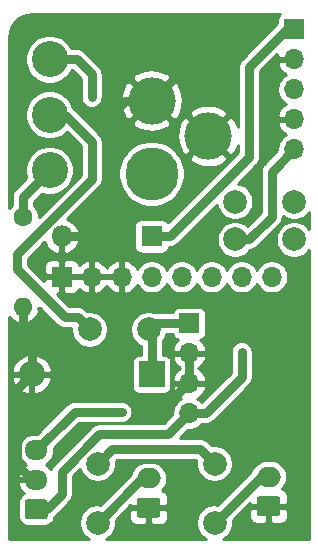
<source format=gbr>
G04 #@! TF.GenerationSoftware,KiCad,Pcbnew,5.1.10-1.fc33*
G04 #@! TF.CreationDate,2021-05-23T00:59:55+02:00*
G04 #@! TF.ProjectId,Omega_DC-DC_adaptor_1.5,4f6d6567-615f-4444-932d-44435f616461,rev?*
G04 #@! TF.SameCoordinates,Original*
G04 #@! TF.FileFunction,Copper,L2,Bot*
G04 #@! TF.FilePolarity,Positive*
%FSLAX46Y46*%
G04 Gerber Fmt 4.6, Leading zero omitted, Abs format (unit mm)*
G04 Created by KiCad (PCBNEW 5.1.10-1.fc33) date 2021-05-23 00:59:55*
%MOMM*%
%LPD*%
G01*
G04 APERTURE LIST*
G04 #@! TA.AperFunction,ComponentPad*
%ADD10O,1.950000X1.700000*%
G04 #@! TD*
G04 #@! TA.AperFunction,ComponentPad*
%ADD11O,2.000000X1.700000*%
G04 #@! TD*
G04 #@! TA.AperFunction,ComponentPad*
%ADD12O,1.600000X1.600000*%
G04 #@! TD*
G04 #@! TA.AperFunction,ComponentPad*
%ADD13C,1.600000*%
G04 #@! TD*
G04 #@! TA.AperFunction,ComponentPad*
%ADD14O,2.200000X2.200000*%
G04 #@! TD*
G04 #@! TA.AperFunction,ComponentPad*
%ADD15R,2.200000X2.200000*%
G04 #@! TD*
G04 #@! TA.AperFunction,ComponentPad*
%ADD16O,1.700000X1.700000*%
G04 #@! TD*
G04 #@! TA.AperFunction,ComponentPad*
%ADD17R,1.700000X1.700000*%
G04 #@! TD*
G04 #@! TA.AperFunction,ComponentPad*
%ADD18C,2.000000*%
G04 #@! TD*
G04 #@! TA.AperFunction,ComponentPad*
%ADD19O,1.800000X1.800000*%
G04 #@! TD*
G04 #@! TA.AperFunction,ComponentPad*
%ADD20R,1.800000X1.800000*%
G04 #@! TD*
G04 #@! TA.AperFunction,ComponentPad*
%ADD21C,3.048000*%
G04 #@! TD*
G04 #@! TA.AperFunction,ComponentPad*
%ADD22C,4.000000*%
G04 #@! TD*
G04 #@! TA.AperFunction,ComponentPad*
%ADD23C,4.500000*%
G04 #@! TD*
G04 #@! TA.AperFunction,ViaPad*
%ADD24C,0.600000*%
G04 #@! TD*
G04 #@! TA.AperFunction,Conductor*
%ADD25C,0.736600*%
G04 #@! TD*
G04 #@! TA.AperFunction,Conductor*
%ADD26C,0.254000*%
G04 #@! TD*
G04 #@! TA.AperFunction,Conductor*
%ADD27C,0.100000*%
G04 #@! TD*
G04 APERTURE END LIST*
D10*
X195326000Y-157560000D03*
X195326000Y-160060000D03*
G04 #@! TA.AperFunction,ComponentPad*
G36*
G01*
X196051000Y-163410000D02*
X194601000Y-163410000D01*
G75*
G02*
X194351000Y-163160000I0J250000D01*
G01*
X194351000Y-161960000D01*
G75*
G02*
X194601000Y-161710000I250000J0D01*
G01*
X196051000Y-161710000D01*
G75*
G02*
X196301000Y-161960000I0J-250000D01*
G01*
X196301000Y-163160000D01*
G75*
G02*
X196051000Y-163410000I-250000J0D01*
G01*
G37*
G04 #@! TD.AperFunction*
D11*
X204851000Y-159933000D03*
G04 #@! TA.AperFunction,ComponentPad*
G36*
G01*
X205601000Y-163283000D02*
X204101000Y-163283000D01*
G75*
G02*
X203851000Y-163033000I0J250000D01*
G01*
X203851000Y-161833000D01*
G75*
G02*
X204101000Y-161583000I250000J0D01*
G01*
X205601000Y-161583000D01*
G75*
G02*
X205851000Y-161833000I0J-250000D01*
G01*
X205851000Y-163033000D01*
G75*
G02*
X205601000Y-163283000I-250000J0D01*
G01*
G37*
G04 #@! TD.AperFunction*
X215011000Y-159806000D03*
G04 #@! TA.AperFunction,ComponentPad*
G36*
G01*
X215761000Y-163156000D02*
X214261000Y-163156000D01*
G75*
G02*
X214011000Y-162906000I0J250000D01*
G01*
X214011000Y-161706000D01*
G75*
G02*
X214261000Y-161456000I250000J0D01*
G01*
X215761000Y-161456000D01*
G75*
G02*
X216011000Y-161706000I0J-250000D01*
G01*
X216011000Y-162906000D01*
G75*
G02*
X215761000Y-163156000I-250000J0D01*
G01*
G37*
G04 #@! TD.AperFunction*
D12*
X194183000Y-145415000D03*
D13*
X194183000Y-137795000D03*
D14*
X194945000Y-151130000D03*
D15*
X205105000Y-151130000D03*
D16*
X217170000Y-132080000D03*
X217170000Y-129540000D03*
X217170000Y-127000000D03*
X217170000Y-124460000D03*
D17*
X217170000Y-121920000D03*
D18*
X212170000Y-139700000D03*
X217170000Y-139700000D03*
X217170000Y-136525000D03*
X212170000Y-136525000D03*
D19*
X197485000Y-139446000D03*
D20*
X205105000Y-139446000D03*
D21*
X196469000Y-124460000D03*
X196469000Y-129159000D03*
X196469000Y-133858000D03*
D16*
X208280000Y-154432000D03*
X208280000Y-151892000D03*
X208280000Y-149352000D03*
D17*
X208280000Y-146812000D03*
D18*
X199851000Y-147320000D03*
X204851000Y-147320000D03*
X200533000Y-158703000D03*
X200533000Y-163703000D03*
X210439000Y-158703000D03*
X210439000Y-163703000D03*
D22*
X205105000Y-127952500D03*
D23*
X205105000Y-134152640D03*
D22*
X209905600Y-130952240D03*
D17*
X197485000Y-142875000D03*
D16*
X200025000Y-142875000D03*
X202565000Y-142875000D03*
X205105000Y-142875000D03*
X207645000Y-142875000D03*
X210185000Y-142875000D03*
X212725000Y-142875000D03*
X215265000Y-142875000D03*
D24*
X210185000Y-161290000D03*
X210820000Y-124460000D03*
X200660000Y-161290000D03*
X202565000Y-151892000D03*
X200025000Y-127635000D03*
X212725000Y-149225000D03*
X202565000Y-154305000D03*
D25*
X206629000Y-139446000D02*
X205105000Y-139446000D01*
X213360000Y-132715000D02*
X206629000Y-139446000D01*
X213360000Y-125095000D02*
X213360000Y-132715000D01*
X216535000Y-121920000D02*
X213360000Y-125095000D01*
X217170000Y-121920000D02*
X216535000Y-121920000D01*
X205105000Y-147574000D02*
X204851000Y-147320000D01*
X205105000Y-149225000D02*
X205105000Y-147574000D01*
X205105000Y-151130000D02*
X205105000Y-149225000D01*
X205359000Y-146812000D02*
X204851000Y-147320000D01*
X208280000Y-146812000D02*
X205359000Y-146812000D01*
X208280000Y-149352000D02*
X208280000Y-151892000D01*
X209905600Y-130952240D02*
X209905600Y-130835400D01*
X209905600Y-130835400D02*
X211074000Y-129667000D01*
X199263000Y-139446000D02*
X201422000Y-137287000D01*
X197485000Y-139446000D02*
X199263000Y-139446000D01*
X201422000Y-132588000D02*
X201422000Y-129413000D01*
X201422000Y-137287000D02*
X201422000Y-132588000D01*
X202882500Y-127952500D02*
X205105000Y-127952500D01*
X201422000Y-129413000D02*
X202882500Y-127952500D01*
X208597500Y-124460000D02*
X205105000Y-127952500D01*
X210820000Y-124460000D02*
X208597500Y-124460000D01*
X204470000Y-154305000D02*
X205740000Y-154305000D01*
X203835000Y-153670000D02*
X204470000Y-154305000D01*
X208153000Y-151892000D02*
X208280000Y-151892000D01*
X202565000Y-151892000D02*
X203835000Y-153670000D01*
X205740000Y-154305000D02*
X208153000Y-151892000D01*
X193675000Y-152400000D02*
X194945000Y-151130000D01*
X193675000Y-158750000D02*
X193675000Y-152400000D01*
X194985000Y-160060000D02*
X193675000Y-158750000D01*
X195326000Y-160060000D02*
X194985000Y-160060000D01*
X194945000Y-149225000D02*
X194945000Y-151130000D01*
X194945000Y-149225000D02*
X194183000Y-148463000D01*
X194183000Y-145415000D02*
X194183000Y-148463000D01*
X200533000Y-158703000D02*
X201756000Y-157480000D01*
X209216000Y-157480000D02*
X210439000Y-158703000D01*
X201756000Y-157480000D02*
X209216000Y-157480000D01*
X197739000Y-129159000D02*
X196469000Y-129159000D01*
X200025000Y-131445000D02*
X197739000Y-129159000D01*
X200025000Y-134620000D02*
X200025000Y-131445000D01*
X193675000Y-140970000D02*
X200025000Y-134620000D01*
X193675000Y-142240000D02*
X193675000Y-140970000D01*
X197739000Y-146304000D02*
X193675000Y-142240000D01*
X198835000Y-146304000D02*
X197739000Y-146304000D01*
X199851000Y-147320000D02*
X198835000Y-146304000D01*
X214336000Y-159806000D02*
X215011000Y-159806000D01*
X210439000Y-163703000D02*
X214336000Y-159806000D01*
X204303000Y-159933000D02*
X204851000Y-159933000D01*
X200533000Y-163703000D02*
X204303000Y-159933000D01*
X200025000Y-125730000D02*
X198755000Y-124460000D01*
X198755000Y-124460000D02*
X196469000Y-124460000D01*
X200025000Y-127635000D02*
X200025000Y-125730000D01*
X209677000Y-154432000D02*
X212725000Y-151384000D01*
X208280000Y-154432000D02*
X209677000Y-154432000D01*
X212725000Y-151384000D02*
X212725000Y-149225000D01*
X197485000Y-161290000D02*
X196215000Y-162560000D01*
X197485000Y-159385000D02*
X197485000Y-161290000D01*
X196215000Y-162560000D02*
X195326000Y-162560000D01*
X200660000Y-156210000D02*
X197485000Y-159385000D01*
X206502000Y-156210000D02*
X200660000Y-156210000D01*
X208280000Y-154432000D02*
X206502000Y-156210000D01*
X198581000Y-154305000D02*
X195326000Y-157560000D01*
X202565000Y-154305000D02*
X198581000Y-154305000D01*
X194183000Y-136144000D02*
X196469000Y-133858000D01*
X194183000Y-137795000D02*
X194183000Y-136144000D01*
X215265000Y-133985000D02*
X217170000Y-132080000D01*
X215265000Y-137795000D02*
X215265000Y-133985000D01*
X213360000Y-139700000D02*
X215265000Y-137795000D01*
X212170000Y-139700000D02*
X213360000Y-139700000D01*
D26*
X215922957Y-120672957D02*
X215853127Y-120758046D01*
X215801239Y-120855122D01*
X215769286Y-120960456D01*
X215758497Y-121070000D01*
X215758497Y-121385385D01*
X212736643Y-124407240D01*
X212701270Y-124436270D01*
X212585415Y-124577440D01*
X212499328Y-124738499D01*
X212446315Y-124913258D01*
X212432900Y-125049464D01*
X212432900Y-125049470D01*
X212428416Y-125095000D01*
X212432900Y-125140530D01*
X212432901Y-130205427D01*
X212342879Y-129917714D01*
X212119858Y-129500468D01*
X211753099Y-129284346D01*
X210085205Y-130952240D01*
X211753099Y-132620134D01*
X212119858Y-132404012D01*
X212360538Y-131944135D01*
X212432901Y-131697880D01*
X212432901Y-132330982D01*
X206492063Y-138271820D01*
X206471873Y-138234046D01*
X206402043Y-138148957D01*
X206316954Y-138079127D01*
X206219878Y-138027239D01*
X206114544Y-137995286D01*
X206005000Y-137984497D01*
X204205000Y-137984497D01*
X204095456Y-137995286D01*
X203990122Y-138027239D01*
X203893046Y-138079127D01*
X203807957Y-138148957D01*
X203738127Y-138234046D01*
X203686239Y-138331122D01*
X203654286Y-138436456D01*
X203643497Y-138546000D01*
X203643497Y-140346000D01*
X203654286Y-140455544D01*
X203686239Y-140560878D01*
X203738127Y-140657954D01*
X203807957Y-140743043D01*
X203893046Y-140812873D01*
X203990122Y-140864761D01*
X204095456Y-140896714D01*
X204205000Y-140907503D01*
X206005000Y-140907503D01*
X206114544Y-140896714D01*
X206219878Y-140864761D01*
X206316954Y-140812873D01*
X206402043Y-140743043D01*
X206471873Y-140657954D01*
X206523761Y-140560878D01*
X206555714Y-140455544D01*
X206563834Y-140373100D01*
X206583470Y-140373100D01*
X206629000Y-140377584D01*
X206674530Y-140373100D01*
X206674537Y-140373100D01*
X206810743Y-140359685D01*
X206985502Y-140306672D01*
X207146561Y-140220585D01*
X207287730Y-140104730D01*
X207316760Y-140069357D01*
X210627192Y-136758925D01*
X210671104Y-136979685D01*
X210788610Y-137263369D01*
X210959201Y-137518677D01*
X211176323Y-137735799D01*
X211431631Y-137906390D01*
X211715315Y-138023896D01*
X212016472Y-138083800D01*
X212323528Y-138083800D01*
X212624685Y-138023896D01*
X212908369Y-137906390D01*
X213163677Y-137735799D01*
X213380799Y-137518677D01*
X213551390Y-137263369D01*
X213668896Y-136979685D01*
X213728800Y-136678528D01*
X213728800Y-136371472D01*
X213668896Y-136070315D01*
X213551390Y-135786631D01*
X213380799Y-135531323D01*
X213163677Y-135314201D01*
X212908369Y-135143610D01*
X212624685Y-135026104D01*
X212403925Y-134982192D01*
X213983357Y-133402760D01*
X214018730Y-133373730D01*
X214134585Y-133232561D01*
X214220672Y-133071502D01*
X214273685Y-132896743D01*
X214287100Y-132760537D01*
X214287100Y-132760528D01*
X214291584Y-132715001D01*
X214287100Y-132669474D01*
X214287100Y-125479017D01*
X215757048Y-124009069D01*
X215728524Y-124103110D01*
X215849845Y-124333000D01*
X217043000Y-124333000D01*
X217043000Y-124313000D01*
X217297000Y-124313000D01*
X217297000Y-124333000D01*
X217317000Y-124333000D01*
X217317000Y-124587000D01*
X217297000Y-124587000D01*
X217297000Y-124607000D01*
X217043000Y-124607000D01*
X217043000Y-124587000D01*
X215849845Y-124587000D01*
X215728524Y-124816890D01*
X215773175Y-124964099D01*
X215898359Y-125226920D01*
X216072412Y-125460269D01*
X216288645Y-125655178D01*
X216478046Y-125767999D01*
X216271942Y-125905713D01*
X216075713Y-126101942D01*
X215921537Y-126332683D01*
X215815339Y-126589068D01*
X215761200Y-126861245D01*
X215761200Y-127138755D01*
X215815339Y-127410932D01*
X215921537Y-127667317D01*
X216075713Y-127898058D01*
X216271942Y-128094287D01*
X216478046Y-128232001D01*
X216288645Y-128344822D01*
X216072412Y-128539731D01*
X215898359Y-128773080D01*
X215773175Y-129035901D01*
X215728524Y-129183110D01*
X215849845Y-129413000D01*
X217043000Y-129413000D01*
X217043000Y-129393000D01*
X217297000Y-129393000D01*
X217297000Y-129413000D01*
X217317000Y-129413000D01*
X217317000Y-129667000D01*
X217297000Y-129667000D01*
X217297000Y-129687000D01*
X217043000Y-129687000D01*
X217043000Y-129667000D01*
X215849845Y-129667000D01*
X215728524Y-129896890D01*
X215773175Y-130044099D01*
X215898359Y-130306920D01*
X216072412Y-130540269D01*
X216288645Y-130735178D01*
X216478046Y-130847999D01*
X216271942Y-130985713D01*
X216075713Y-131181942D01*
X215921537Y-131412683D01*
X215815339Y-131669068D01*
X215761200Y-131941245D01*
X215761200Y-132177682D01*
X214641638Y-133297245D01*
X214606271Y-133326270D01*
X214577245Y-133361638D01*
X214577242Y-133361641D01*
X214490416Y-133467439D01*
X214404329Y-133628498D01*
X214351315Y-133803257D01*
X214333416Y-133985000D01*
X214337901Y-134030540D01*
X214337900Y-137410982D01*
X213211679Y-138537203D01*
X213163677Y-138489201D01*
X212908369Y-138318610D01*
X212624685Y-138201104D01*
X212323528Y-138141200D01*
X212016472Y-138141200D01*
X211715315Y-138201104D01*
X211431631Y-138318610D01*
X211176323Y-138489201D01*
X210959201Y-138706323D01*
X210788610Y-138961631D01*
X210671104Y-139245315D01*
X210611200Y-139546472D01*
X210611200Y-139853528D01*
X210671104Y-140154685D01*
X210788610Y-140438369D01*
X210959201Y-140693677D01*
X211176323Y-140910799D01*
X211431631Y-141081390D01*
X211715315Y-141198896D01*
X212016472Y-141258800D01*
X212323528Y-141258800D01*
X212624685Y-141198896D01*
X212908369Y-141081390D01*
X213163677Y-140910799D01*
X213380799Y-140693677D01*
X213426675Y-140625018D01*
X213541743Y-140613685D01*
X213716502Y-140560672D01*
X213877561Y-140474585D01*
X214018730Y-140358730D01*
X214047760Y-140323357D01*
X215888363Y-138482755D01*
X215923730Y-138453730D01*
X215960535Y-138408884D01*
X216039584Y-138312562D01*
X216039586Y-138312560D01*
X216125672Y-138151502D01*
X216147627Y-138079127D01*
X216178685Y-137976744D01*
X216196585Y-137795000D01*
X216192100Y-137749463D01*
X216192100Y-137746341D01*
X216431631Y-137906390D01*
X216715315Y-138023896D01*
X217016472Y-138083800D01*
X217323528Y-138083800D01*
X217624685Y-138023896D01*
X217908369Y-137906390D01*
X218163677Y-137735799D01*
X218380799Y-137518677D01*
X218441200Y-137428280D01*
X218441200Y-138796720D01*
X218380799Y-138706323D01*
X218163677Y-138489201D01*
X217908369Y-138318610D01*
X217624685Y-138201104D01*
X217323528Y-138141200D01*
X217016472Y-138141200D01*
X216715315Y-138201104D01*
X216431631Y-138318610D01*
X216176323Y-138489201D01*
X215959201Y-138706323D01*
X215788610Y-138961631D01*
X215671104Y-139245315D01*
X215611200Y-139546472D01*
X215611200Y-139853528D01*
X215671104Y-140154685D01*
X215788610Y-140438369D01*
X215959201Y-140693677D01*
X216176323Y-140910799D01*
X216431631Y-141081390D01*
X216715315Y-141198896D01*
X217016472Y-141258800D01*
X217323528Y-141258800D01*
X217624685Y-141198896D01*
X217908369Y-141081390D01*
X218163677Y-140910799D01*
X218380799Y-140693677D01*
X218441200Y-140603280D01*
X218441201Y-165101200D01*
X211136786Y-165101200D01*
X211177369Y-165084390D01*
X211432677Y-164913799D01*
X211649799Y-164696677D01*
X211820390Y-164441369D01*
X211937896Y-164157685D01*
X211997800Y-163856528D01*
X211997800Y-163549472D01*
X211982179Y-163470939D01*
X212297118Y-163156000D01*
X213372928Y-163156000D01*
X213385188Y-163280482D01*
X213421498Y-163400180D01*
X213480463Y-163510494D01*
X213559815Y-163607185D01*
X213656506Y-163686537D01*
X213766820Y-163745502D01*
X213886518Y-163781812D01*
X214011000Y-163794072D01*
X214725250Y-163791000D01*
X214884000Y-163632250D01*
X214884000Y-162433000D01*
X215138000Y-162433000D01*
X215138000Y-163632250D01*
X215296750Y-163791000D01*
X216011000Y-163794072D01*
X216135482Y-163781812D01*
X216255180Y-163745502D01*
X216365494Y-163686537D01*
X216462185Y-163607185D01*
X216541537Y-163510494D01*
X216600502Y-163400180D01*
X216636812Y-163280482D01*
X216649072Y-163156000D01*
X216646000Y-162591750D01*
X216487250Y-162433000D01*
X215138000Y-162433000D01*
X214884000Y-162433000D01*
X213534750Y-162433000D01*
X213376000Y-162591750D01*
X213372928Y-163156000D01*
X212297118Y-163156000D01*
X213404434Y-162048684D01*
X213534750Y-162179000D01*
X214884000Y-162179000D01*
X214884000Y-162159000D01*
X215138000Y-162159000D01*
X215138000Y-162179000D01*
X216487250Y-162179000D01*
X216646000Y-162020250D01*
X216649072Y-161456000D01*
X216636812Y-161331518D01*
X216600502Y-161211820D01*
X216541537Y-161101506D01*
X216462185Y-161004815D01*
X216365494Y-160925463D01*
X216255180Y-160866498D01*
X216135482Y-160830188D01*
X216133916Y-160830034D01*
X216161992Y-160806992D01*
X216338042Y-160592474D01*
X216468859Y-160347733D01*
X216549415Y-160082173D01*
X216576616Y-159806000D01*
X216549415Y-159529827D01*
X216468859Y-159264267D01*
X216338042Y-159019526D01*
X216161992Y-158805008D01*
X215947474Y-158628958D01*
X215702733Y-158498141D01*
X215437173Y-158417585D01*
X215230203Y-158397200D01*
X214791797Y-158397200D01*
X214584827Y-158417585D01*
X214319267Y-158498141D01*
X214074526Y-158628958D01*
X213860008Y-158805008D01*
X213683958Y-159019526D01*
X213553141Y-159264267D01*
X213547274Y-159283608D01*
X210671061Y-162159821D01*
X210592528Y-162144200D01*
X210285472Y-162144200D01*
X209984315Y-162204104D01*
X209700631Y-162321610D01*
X209445323Y-162492201D01*
X209228201Y-162709323D01*
X209057610Y-162964631D01*
X208940104Y-163248315D01*
X208880200Y-163549472D01*
X208880200Y-163856528D01*
X208940104Y-164157685D01*
X209057610Y-164441369D01*
X209228201Y-164696677D01*
X209445323Y-164913799D01*
X209700631Y-165084390D01*
X209741214Y-165101200D01*
X201230786Y-165101200D01*
X201271369Y-165084390D01*
X201526677Y-164913799D01*
X201743799Y-164696677D01*
X201914390Y-164441369D01*
X202031896Y-164157685D01*
X202091800Y-163856528D01*
X202091800Y-163549472D01*
X202076179Y-163470939D01*
X202264118Y-163283000D01*
X203212928Y-163283000D01*
X203225188Y-163407482D01*
X203261498Y-163527180D01*
X203320463Y-163637494D01*
X203399815Y-163734185D01*
X203496506Y-163813537D01*
X203606820Y-163872502D01*
X203726518Y-163908812D01*
X203851000Y-163921072D01*
X204565250Y-163918000D01*
X204724000Y-163759250D01*
X204724000Y-162560000D01*
X204978000Y-162560000D01*
X204978000Y-163759250D01*
X205136750Y-163918000D01*
X205851000Y-163921072D01*
X205975482Y-163908812D01*
X206095180Y-163872502D01*
X206205494Y-163813537D01*
X206302185Y-163734185D01*
X206381537Y-163637494D01*
X206440502Y-163527180D01*
X206476812Y-163407482D01*
X206489072Y-163283000D01*
X206486000Y-162718750D01*
X206327250Y-162560000D01*
X204978000Y-162560000D01*
X204724000Y-162560000D01*
X203374750Y-162560000D01*
X203216000Y-162718750D01*
X203212928Y-163283000D01*
X202264118Y-163283000D01*
X203307934Y-162239184D01*
X203374750Y-162306000D01*
X204724000Y-162306000D01*
X204724000Y-162286000D01*
X204978000Y-162286000D01*
X204978000Y-162306000D01*
X206327250Y-162306000D01*
X206486000Y-162147250D01*
X206489072Y-161583000D01*
X206476812Y-161458518D01*
X206440502Y-161338820D01*
X206381537Y-161228506D01*
X206302185Y-161131815D01*
X206205494Y-161052463D01*
X206095180Y-160993498D01*
X205975482Y-160957188D01*
X205973916Y-160957034D01*
X206001992Y-160933992D01*
X206178042Y-160719474D01*
X206308859Y-160474733D01*
X206389415Y-160209173D01*
X206416616Y-159933000D01*
X206389415Y-159656827D01*
X206308859Y-159391267D01*
X206178042Y-159146526D01*
X206001992Y-158932008D01*
X205787474Y-158755958D01*
X205542733Y-158625141D01*
X205277173Y-158544585D01*
X205070203Y-158524200D01*
X204631797Y-158524200D01*
X204424827Y-158544585D01*
X204159267Y-158625141D01*
X203914526Y-158755958D01*
X203700008Y-158932008D01*
X203523958Y-159146526D01*
X203393141Y-159391267D01*
X203331975Y-159592908D01*
X200765061Y-162159821D01*
X200686528Y-162144200D01*
X200379472Y-162144200D01*
X200078315Y-162204104D01*
X199794631Y-162321610D01*
X199539323Y-162492201D01*
X199322201Y-162709323D01*
X199151610Y-162964631D01*
X199034104Y-163248315D01*
X198974200Y-163549472D01*
X198974200Y-163856528D01*
X199034104Y-164157685D01*
X199151610Y-164441369D01*
X199322201Y-164696677D01*
X199539323Y-164913799D01*
X199794631Y-165084390D01*
X199835214Y-165101200D01*
X193038800Y-165101200D01*
X193038800Y-159703110D01*
X193759524Y-159703110D01*
X193880845Y-159933000D01*
X195199000Y-159933000D01*
X195199000Y-159913000D01*
X195453000Y-159913000D01*
X195453000Y-159933000D01*
X195473000Y-159933000D01*
X195473000Y-160187000D01*
X195453000Y-160187000D01*
X195453000Y-160207000D01*
X195199000Y-160207000D01*
X195199000Y-160187000D01*
X193880845Y-160187000D01*
X193759524Y-160416890D01*
X193851648Y-160679858D01*
X193998504Y-160931193D01*
X194191571Y-161149049D01*
X194279752Y-161215987D01*
X194150153Y-161285260D01*
X194027181Y-161386181D01*
X193926260Y-161509153D01*
X193851269Y-161649451D01*
X193805090Y-161801684D01*
X193789497Y-161960000D01*
X193789497Y-163160000D01*
X193805090Y-163318316D01*
X193851269Y-163470549D01*
X193926260Y-163610847D01*
X194027181Y-163733819D01*
X194150153Y-163834740D01*
X194290451Y-163909731D01*
X194442684Y-163955910D01*
X194601000Y-163971503D01*
X196051000Y-163971503D01*
X196209316Y-163955910D01*
X196361549Y-163909731D01*
X196501847Y-163834740D01*
X196624819Y-163733819D01*
X196725740Y-163610847D01*
X196800731Y-163470549D01*
X196846910Y-163318316D01*
X196855223Y-163233919D01*
X196873730Y-163218730D01*
X196902760Y-163183357D01*
X198108362Y-161977756D01*
X198143730Y-161948730D01*
X198259585Y-161807561D01*
X198345672Y-161646502D01*
X198398685Y-161471743D01*
X198412100Y-161335537D01*
X198412100Y-161335531D01*
X198416584Y-161290001D01*
X198412100Y-161244471D01*
X198412100Y-159769017D01*
X199032333Y-159148784D01*
X199034104Y-159157685D01*
X199151610Y-159441369D01*
X199322201Y-159696677D01*
X199539323Y-159913799D01*
X199794631Y-160084390D01*
X200078315Y-160201896D01*
X200379472Y-160261800D01*
X200686528Y-160261800D01*
X200987685Y-160201896D01*
X201271369Y-160084390D01*
X201526677Y-159913799D01*
X201743799Y-159696677D01*
X201914390Y-159441369D01*
X202031896Y-159157685D01*
X202091800Y-158856528D01*
X202091800Y-158549472D01*
X202076179Y-158470939D01*
X202140018Y-158407100D01*
X208831983Y-158407100D01*
X208895821Y-158470939D01*
X208880200Y-158549472D01*
X208880200Y-158856528D01*
X208940104Y-159157685D01*
X209057610Y-159441369D01*
X209228201Y-159696677D01*
X209445323Y-159913799D01*
X209700631Y-160084390D01*
X209984315Y-160201896D01*
X210285472Y-160261800D01*
X210592528Y-160261800D01*
X210893685Y-160201896D01*
X211177369Y-160084390D01*
X211432677Y-159913799D01*
X211649799Y-159696677D01*
X211820390Y-159441369D01*
X211937896Y-159157685D01*
X211997800Y-158856528D01*
X211997800Y-158549472D01*
X211937896Y-158248315D01*
X211820390Y-157964631D01*
X211649799Y-157709323D01*
X211432677Y-157492201D01*
X211177369Y-157321610D01*
X210893685Y-157204104D01*
X210592528Y-157144200D01*
X210285472Y-157144200D01*
X210206939Y-157159821D01*
X209903760Y-156856643D01*
X209874730Y-156821270D01*
X209733561Y-156705415D01*
X209572502Y-156619328D01*
X209397743Y-156566315D01*
X209261537Y-156552900D01*
X209261530Y-156552900D01*
X209216000Y-156548416D01*
X209170470Y-156552900D01*
X207470217Y-156552900D01*
X208182317Y-155840800D01*
X208418755Y-155840800D01*
X208690932Y-155786661D01*
X208947317Y-155680463D01*
X209178058Y-155526287D01*
X209345245Y-155359100D01*
X209631470Y-155359100D01*
X209677000Y-155363584D01*
X209722530Y-155359100D01*
X209722537Y-155359100D01*
X209858743Y-155345685D01*
X210033502Y-155292672D01*
X210194561Y-155206585D01*
X210335730Y-155090730D01*
X210364760Y-155055357D01*
X213348363Y-152071754D01*
X213383730Y-152042730D01*
X213499585Y-151901561D01*
X213585672Y-151740502D01*
X213638685Y-151565743D01*
X213652100Y-151429537D01*
X213652100Y-151429530D01*
X213656584Y-151384000D01*
X213652100Y-151338470D01*
X213652100Y-149179463D01*
X213638685Y-149043257D01*
X213585672Y-148868498D01*
X213499585Y-148707439D01*
X213383730Y-148566270D01*
X213242561Y-148450415D01*
X213081502Y-148364328D01*
X212906743Y-148311315D01*
X212725000Y-148293415D01*
X212543258Y-148311315D01*
X212368499Y-148364328D01*
X212207440Y-148450415D01*
X212066271Y-148566270D01*
X211950416Y-148707439D01*
X211864329Y-148868498D01*
X211811316Y-149043257D01*
X211797901Y-149179463D01*
X211797900Y-150999982D01*
X209319114Y-153478769D01*
X209178058Y-153337713D01*
X208971954Y-153199999D01*
X209161355Y-153087178D01*
X209377588Y-152892269D01*
X209551641Y-152658920D01*
X209676825Y-152396099D01*
X209721476Y-152248890D01*
X209600155Y-152019000D01*
X208407000Y-152019000D01*
X208407000Y-152039000D01*
X208153000Y-152039000D01*
X208153000Y-152019000D01*
X206959845Y-152019000D01*
X206838524Y-152248890D01*
X206883175Y-152396099D01*
X207008359Y-152658920D01*
X207182412Y-152892269D01*
X207398645Y-153087178D01*
X207588046Y-153199999D01*
X207381942Y-153337713D01*
X207185713Y-153533942D01*
X207031537Y-153764683D01*
X206925339Y-154021068D01*
X206871200Y-154293245D01*
X206871200Y-154529683D01*
X206117983Y-155282900D01*
X200705529Y-155282900D01*
X200659999Y-155278416D01*
X200614469Y-155282900D01*
X200614463Y-155282900D01*
X200496846Y-155294484D01*
X200478256Y-155296315D01*
X200425243Y-155312397D01*
X200303498Y-155349328D01*
X200142439Y-155435415D01*
X200142437Y-155435416D01*
X200142438Y-155435416D01*
X200036640Y-155522242D01*
X200036638Y-155522244D01*
X200001270Y-155551270D01*
X199972244Y-155586638D01*
X196861643Y-158697240D01*
X196826270Y-158726270D01*
X196710415Y-158867440D01*
X196624328Y-159028499D01*
X196597105Y-159118242D01*
X196595538Y-159123407D01*
X196460429Y-158970951D01*
X196228570Y-158794947D01*
X196176528Y-158769618D01*
X196237474Y-158737042D01*
X196451992Y-158560992D01*
X196628042Y-158346474D01*
X196758859Y-158101733D01*
X196839415Y-157836173D01*
X196866616Y-157560000D01*
X196846039Y-157351078D01*
X198965018Y-155232100D01*
X202610537Y-155232100D01*
X202746743Y-155218685D01*
X202921502Y-155165672D01*
X203082561Y-155079585D01*
X203223730Y-154963730D01*
X203339585Y-154822561D01*
X203425672Y-154661502D01*
X203478685Y-154486743D01*
X203496585Y-154305000D01*
X203478685Y-154123257D01*
X203425672Y-153948498D01*
X203339585Y-153787439D01*
X203223730Y-153646270D01*
X203082561Y-153530415D01*
X202921502Y-153444328D01*
X202746743Y-153391315D01*
X202610537Y-153377900D01*
X198626529Y-153377900D01*
X198580999Y-153373416D01*
X198535469Y-153377900D01*
X198535463Y-153377900D01*
X198417846Y-153389484D01*
X198399256Y-153391315D01*
X198346243Y-153407397D01*
X198224498Y-153444328D01*
X198063439Y-153530415D01*
X198046956Y-153543942D01*
X197957640Y-153617242D01*
X197957638Y-153617244D01*
X197922270Y-153646270D01*
X197893244Y-153681638D01*
X195423683Y-156151200D01*
X195131797Y-156151200D01*
X194924827Y-156171585D01*
X194659267Y-156252141D01*
X194414526Y-156382958D01*
X194200008Y-156559008D01*
X194023958Y-156773526D01*
X193893141Y-157018267D01*
X193812585Y-157283827D01*
X193785384Y-157560000D01*
X193812585Y-157836173D01*
X193893141Y-158101733D01*
X194023958Y-158346474D01*
X194200008Y-158560992D01*
X194414526Y-158737042D01*
X194475472Y-158769618D01*
X194423430Y-158794947D01*
X194191571Y-158970951D01*
X193998504Y-159188807D01*
X193851648Y-159440142D01*
X193759524Y-159703110D01*
X193038800Y-159703110D01*
X193038800Y-151526122D01*
X193255825Y-151526122D01*
X193320425Y-151739094D01*
X193470469Y-152044329D01*
X193677178Y-152314427D01*
X193932609Y-152539008D01*
X194226946Y-152709442D01*
X194548877Y-152819179D01*
X194818000Y-152701600D01*
X194818000Y-151257000D01*
X195072000Y-151257000D01*
X195072000Y-152701600D01*
X195341123Y-152819179D01*
X195663054Y-152709442D01*
X195957391Y-152539008D01*
X196212822Y-152314427D01*
X196419531Y-152044329D01*
X196569575Y-151739094D01*
X196634175Y-151526122D01*
X196516125Y-151257000D01*
X195072000Y-151257000D01*
X194818000Y-151257000D01*
X193373875Y-151257000D01*
X193255825Y-151526122D01*
X193038800Y-151526122D01*
X193038800Y-150733878D01*
X193255825Y-150733878D01*
X193373875Y-151003000D01*
X194818000Y-151003000D01*
X194818000Y-149558400D01*
X195072000Y-149558400D01*
X195072000Y-151003000D01*
X196516125Y-151003000D01*
X196634175Y-150733878D01*
X196569575Y-150520906D01*
X196419531Y-150215671D01*
X196212822Y-149945573D01*
X195957391Y-149720992D01*
X195663054Y-149550558D01*
X195341123Y-149440821D01*
X195072000Y-149558400D01*
X194818000Y-149558400D01*
X194548877Y-149440821D01*
X194226946Y-149550558D01*
X193932609Y-149720992D01*
X193677178Y-149945573D01*
X193470469Y-150215671D01*
X193320425Y-150520906D01*
X193255825Y-150733878D01*
X193038800Y-150733878D01*
X193038800Y-146279157D01*
X193219586Y-146478519D01*
X193445580Y-146646037D01*
X193699913Y-146766246D01*
X193833961Y-146806904D01*
X194056000Y-146684915D01*
X194056000Y-145542000D01*
X194036000Y-145542000D01*
X194036000Y-145288000D01*
X194056000Y-145288000D01*
X194056000Y-145268000D01*
X194310000Y-145268000D01*
X194310000Y-145288000D01*
X194330000Y-145288000D01*
X194330000Y-145542000D01*
X194310000Y-145542000D01*
X194310000Y-146684915D01*
X194532039Y-146806904D01*
X194666087Y-146766246D01*
X194920420Y-146646037D01*
X195146414Y-146478519D01*
X195335385Y-146270131D01*
X195480070Y-146028881D01*
X195574909Y-145764040D01*
X195453625Y-145542002D01*
X195618000Y-145542002D01*
X195618000Y-145494118D01*
X197051244Y-146927362D01*
X197080270Y-146962730D01*
X197115638Y-146991756D01*
X197115640Y-146991758D01*
X197118059Y-146993743D01*
X197221439Y-147078585D01*
X197333077Y-147138256D01*
X197382498Y-147164672D01*
X197557256Y-147217685D01*
X197574121Y-147219346D01*
X197693463Y-147231100D01*
X197693470Y-147231100D01*
X197739000Y-147235584D01*
X197784530Y-147231100D01*
X198292200Y-147231100D01*
X198292200Y-147473528D01*
X198352104Y-147774685D01*
X198469610Y-148058369D01*
X198640201Y-148313677D01*
X198857323Y-148530799D01*
X199112631Y-148701390D01*
X199396315Y-148818896D01*
X199697472Y-148878800D01*
X200004528Y-148878800D01*
X200305685Y-148818896D01*
X200589369Y-148701390D01*
X200844677Y-148530799D01*
X201061799Y-148313677D01*
X201232390Y-148058369D01*
X201349896Y-147774685D01*
X201409800Y-147473528D01*
X201409800Y-147166472D01*
X203292200Y-147166472D01*
X203292200Y-147473528D01*
X203352104Y-147774685D01*
X203469610Y-148058369D01*
X203640201Y-148313677D01*
X203857323Y-148530799D01*
X204112631Y-148701390D01*
X204177900Y-148728425D01*
X204177900Y-149270536D01*
X204177901Y-149270546D01*
X204177901Y-149468497D01*
X204005000Y-149468497D01*
X203895456Y-149479286D01*
X203790122Y-149511239D01*
X203693046Y-149563127D01*
X203607957Y-149632957D01*
X203538127Y-149718046D01*
X203486239Y-149815122D01*
X203454286Y-149920456D01*
X203443497Y-150030000D01*
X203443497Y-152230000D01*
X203454286Y-152339544D01*
X203486239Y-152444878D01*
X203538127Y-152541954D01*
X203607957Y-152627043D01*
X203693046Y-152696873D01*
X203790122Y-152748761D01*
X203895456Y-152780714D01*
X204005000Y-152791503D01*
X206205000Y-152791503D01*
X206314544Y-152780714D01*
X206419878Y-152748761D01*
X206516954Y-152696873D01*
X206602043Y-152627043D01*
X206671873Y-152541954D01*
X206723761Y-152444878D01*
X206755714Y-152339544D01*
X206766503Y-152230000D01*
X206766503Y-150030000D01*
X206755714Y-149920456D01*
X206723761Y-149815122D01*
X206671873Y-149718046D01*
X206664359Y-149708890D01*
X206838524Y-149708890D01*
X206883175Y-149856099D01*
X207008359Y-150118920D01*
X207182412Y-150352269D01*
X207398645Y-150547178D01*
X207524255Y-150622000D01*
X207398645Y-150696822D01*
X207182412Y-150891731D01*
X207008359Y-151125080D01*
X206883175Y-151387901D01*
X206838524Y-151535110D01*
X206959845Y-151765000D01*
X208153000Y-151765000D01*
X208153000Y-149479000D01*
X208407000Y-149479000D01*
X208407000Y-151765000D01*
X209600155Y-151765000D01*
X209721476Y-151535110D01*
X209676825Y-151387901D01*
X209551641Y-151125080D01*
X209377588Y-150891731D01*
X209161355Y-150696822D01*
X209035745Y-150622000D01*
X209161355Y-150547178D01*
X209377588Y-150352269D01*
X209551641Y-150118920D01*
X209676825Y-149856099D01*
X209721476Y-149708890D01*
X209600155Y-149479000D01*
X208407000Y-149479000D01*
X208153000Y-149479000D01*
X206959845Y-149479000D01*
X206838524Y-149708890D01*
X206664359Y-149708890D01*
X206602043Y-149632957D01*
X206516954Y-149563127D01*
X206419878Y-149511239D01*
X206314544Y-149479286D01*
X206205000Y-149468497D01*
X206032100Y-149468497D01*
X206032100Y-148343376D01*
X206061799Y-148313677D01*
X206232390Y-148058369D01*
X206349896Y-147774685D01*
X206356974Y-147739100D01*
X206876091Y-147739100D01*
X206879286Y-147771544D01*
X206911239Y-147876878D01*
X206963127Y-147973954D01*
X207032957Y-148059043D01*
X207118046Y-148128873D01*
X207215122Y-148180761D01*
X207320456Y-148212714D01*
X207335044Y-148214151D01*
X207182412Y-148351731D01*
X207008359Y-148585080D01*
X206883175Y-148847901D01*
X206838524Y-148995110D01*
X206959845Y-149225000D01*
X208153000Y-149225000D01*
X208153000Y-149205000D01*
X208407000Y-149205000D01*
X208407000Y-149225000D01*
X209600155Y-149225000D01*
X209721476Y-148995110D01*
X209676825Y-148847901D01*
X209551641Y-148585080D01*
X209377588Y-148351731D01*
X209224956Y-148214151D01*
X209239544Y-148212714D01*
X209344878Y-148180761D01*
X209441954Y-148128873D01*
X209527043Y-148059043D01*
X209596873Y-147973954D01*
X209648761Y-147876878D01*
X209680714Y-147771544D01*
X209691503Y-147662000D01*
X209691503Y-145962000D01*
X209680714Y-145852456D01*
X209648761Y-145747122D01*
X209596873Y-145650046D01*
X209527043Y-145564957D01*
X209441954Y-145495127D01*
X209344878Y-145443239D01*
X209239544Y-145411286D01*
X209130000Y-145400497D01*
X207430000Y-145400497D01*
X207320456Y-145411286D01*
X207215122Y-145443239D01*
X207118046Y-145495127D01*
X207032957Y-145564957D01*
X206963127Y-145650046D01*
X206911239Y-145747122D01*
X206879286Y-145852456D01*
X206876091Y-145884900D01*
X205459702Y-145884900D01*
X205305685Y-145821104D01*
X205004528Y-145761200D01*
X204697472Y-145761200D01*
X204396315Y-145821104D01*
X204112631Y-145938610D01*
X203857323Y-146109201D01*
X203640201Y-146326323D01*
X203469610Y-146581631D01*
X203352104Y-146865315D01*
X203292200Y-147166472D01*
X201409800Y-147166472D01*
X201349896Y-146865315D01*
X201232390Y-146581631D01*
X201061799Y-146326323D01*
X200844677Y-146109201D01*
X200589369Y-145938610D01*
X200305685Y-145821104D01*
X200004528Y-145761200D01*
X199697472Y-145761200D01*
X199618938Y-145776821D01*
X199522760Y-145680643D01*
X199493730Y-145645270D01*
X199352561Y-145529415D01*
X199191502Y-145443328D01*
X199016743Y-145390315D01*
X198880537Y-145376900D01*
X198880530Y-145376900D01*
X198835000Y-145372416D01*
X198789470Y-145376900D01*
X198123018Y-145376900D01*
X197106622Y-144360504D01*
X197199250Y-144360000D01*
X197358000Y-144201250D01*
X197358000Y-143002000D01*
X197612000Y-143002000D01*
X197612000Y-144201250D01*
X197770750Y-144360000D01*
X198335000Y-144363072D01*
X198459482Y-144350812D01*
X198579180Y-144314502D01*
X198689494Y-144255537D01*
X198786185Y-144176185D01*
X198865537Y-144079494D01*
X198924502Y-143969180D01*
X198948966Y-143888534D01*
X199024731Y-143972588D01*
X199258080Y-144146641D01*
X199520901Y-144271825D01*
X199668110Y-144316476D01*
X199898000Y-144195155D01*
X199898000Y-143002000D01*
X200152000Y-143002000D01*
X200152000Y-144195155D01*
X200381890Y-144316476D01*
X200529099Y-144271825D01*
X200791920Y-144146641D01*
X201025269Y-143972588D01*
X201220178Y-143756355D01*
X201295000Y-143630745D01*
X201369822Y-143756355D01*
X201564731Y-143972588D01*
X201798080Y-144146641D01*
X202060901Y-144271825D01*
X202208110Y-144316476D01*
X202438000Y-144195155D01*
X202438000Y-143002000D01*
X200152000Y-143002000D01*
X199898000Y-143002000D01*
X197612000Y-143002000D01*
X197358000Y-143002000D01*
X196158750Y-143002000D01*
X196000000Y-143160750D01*
X195999496Y-143253378D01*
X194771118Y-142025000D01*
X195996928Y-142025000D01*
X196000000Y-142589250D01*
X196158750Y-142748000D01*
X197358000Y-142748000D01*
X197358000Y-141548750D01*
X197612000Y-141548750D01*
X197612000Y-142748000D01*
X199898000Y-142748000D01*
X199898000Y-141554845D01*
X200152000Y-141554845D01*
X200152000Y-142748000D01*
X202438000Y-142748000D01*
X202438000Y-141554845D01*
X202692000Y-141554845D01*
X202692000Y-142748000D01*
X202712000Y-142748000D01*
X202712000Y-143002000D01*
X202692000Y-143002000D01*
X202692000Y-144195155D01*
X202921890Y-144316476D01*
X203069099Y-144271825D01*
X203331920Y-144146641D01*
X203565269Y-143972588D01*
X203760178Y-143756355D01*
X203872999Y-143566954D01*
X204010713Y-143773058D01*
X204206942Y-143969287D01*
X204437683Y-144123463D01*
X204694068Y-144229661D01*
X204966245Y-144283800D01*
X205243755Y-144283800D01*
X205515932Y-144229661D01*
X205772317Y-144123463D01*
X206003058Y-143969287D01*
X206199287Y-143773058D01*
X206353463Y-143542317D01*
X206375000Y-143490322D01*
X206396537Y-143542317D01*
X206550713Y-143773058D01*
X206746942Y-143969287D01*
X206977683Y-144123463D01*
X207234068Y-144229661D01*
X207506245Y-144283800D01*
X207783755Y-144283800D01*
X208055932Y-144229661D01*
X208312317Y-144123463D01*
X208543058Y-143969287D01*
X208739287Y-143773058D01*
X208893463Y-143542317D01*
X208915000Y-143490322D01*
X208936537Y-143542317D01*
X209090713Y-143773058D01*
X209286942Y-143969287D01*
X209517683Y-144123463D01*
X209774068Y-144229661D01*
X210046245Y-144283800D01*
X210323755Y-144283800D01*
X210595932Y-144229661D01*
X210852317Y-144123463D01*
X211083058Y-143969287D01*
X211279287Y-143773058D01*
X211433463Y-143542317D01*
X211455000Y-143490322D01*
X211476537Y-143542317D01*
X211630713Y-143773058D01*
X211826942Y-143969287D01*
X212057683Y-144123463D01*
X212314068Y-144229661D01*
X212586245Y-144283800D01*
X212863755Y-144283800D01*
X213135932Y-144229661D01*
X213392317Y-144123463D01*
X213623058Y-143969287D01*
X213819287Y-143773058D01*
X213973463Y-143542317D01*
X213995000Y-143490322D01*
X214016537Y-143542317D01*
X214170713Y-143773058D01*
X214366942Y-143969287D01*
X214597683Y-144123463D01*
X214854068Y-144229661D01*
X215126245Y-144283800D01*
X215403755Y-144283800D01*
X215675932Y-144229661D01*
X215932317Y-144123463D01*
X216163058Y-143969287D01*
X216359287Y-143773058D01*
X216513463Y-143542317D01*
X216619661Y-143285932D01*
X216673800Y-143013755D01*
X216673800Y-142736245D01*
X216619661Y-142464068D01*
X216513463Y-142207683D01*
X216359287Y-141976942D01*
X216163058Y-141780713D01*
X215932317Y-141626537D01*
X215675932Y-141520339D01*
X215403755Y-141466200D01*
X215126245Y-141466200D01*
X214854068Y-141520339D01*
X214597683Y-141626537D01*
X214366942Y-141780713D01*
X214170713Y-141976942D01*
X214016537Y-142207683D01*
X213995000Y-142259678D01*
X213973463Y-142207683D01*
X213819287Y-141976942D01*
X213623058Y-141780713D01*
X213392317Y-141626537D01*
X213135932Y-141520339D01*
X212863755Y-141466200D01*
X212586245Y-141466200D01*
X212314068Y-141520339D01*
X212057683Y-141626537D01*
X211826942Y-141780713D01*
X211630713Y-141976942D01*
X211476537Y-142207683D01*
X211455000Y-142259678D01*
X211433463Y-142207683D01*
X211279287Y-141976942D01*
X211083058Y-141780713D01*
X210852317Y-141626537D01*
X210595932Y-141520339D01*
X210323755Y-141466200D01*
X210046245Y-141466200D01*
X209774068Y-141520339D01*
X209517683Y-141626537D01*
X209286942Y-141780713D01*
X209090713Y-141976942D01*
X208936537Y-142207683D01*
X208915000Y-142259678D01*
X208893463Y-142207683D01*
X208739287Y-141976942D01*
X208543058Y-141780713D01*
X208312317Y-141626537D01*
X208055932Y-141520339D01*
X207783755Y-141466200D01*
X207506245Y-141466200D01*
X207234068Y-141520339D01*
X206977683Y-141626537D01*
X206746942Y-141780713D01*
X206550713Y-141976942D01*
X206396537Y-142207683D01*
X206375000Y-142259678D01*
X206353463Y-142207683D01*
X206199287Y-141976942D01*
X206003058Y-141780713D01*
X205772317Y-141626537D01*
X205515932Y-141520339D01*
X205243755Y-141466200D01*
X204966245Y-141466200D01*
X204694068Y-141520339D01*
X204437683Y-141626537D01*
X204206942Y-141780713D01*
X204010713Y-141976942D01*
X203872999Y-142183046D01*
X203760178Y-141993645D01*
X203565269Y-141777412D01*
X203331920Y-141603359D01*
X203069099Y-141478175D01*
X202921890Y-141433524D01*
X202692000Y-141554845D01*
X202438000Y-141554845D01*
X202208110Y-141433524D01*
X202060901Y-141478175D01*
X201798080Y-141603359D01*
X201564731Y-141777412D01*
X201369822Y-141993645D01*
X201295000Y-142119255D01*
X201220178Y-141993645D01*
X201025269Y-141777412D01*
X200791920Y-141603359D01*
X200529099Y-141478175D01*
X200381890Y-141433524D01*
X200152000Y-141554845D01*
X199898000Y-141554845D01*
X199668110Y-141433524D01*
X199520901Y-141478175D01*
X199258080Y-141603359D01*
X199024731Y-141777412D01*
X198948966Y-141861466D01*
X198924502Y-141780820D01*
X198865537Y-141670506D01*
X198786185Y-141573815D01*
X198689494Y-141494463D01*
X198579180Y-141435498D01*
X198459482Y-141399188D01*
X198335000Y-141386928D01*
X197770750Y-141390000D01*
X197612000Y-141548750D01*
X197358000Y-141548750D01*
X197199250Y-141390000D01*
X196635000Y-141386928D01*
X196510518Y-141399188D01*
X196390820Y-141435498D01*
X196280506Y-141494463D01*
X196183815Y-141573815D01*
X196104463Y-141670506D01*
X196045498Y-141780820D01*
X196009188Y-141900518D01*
X195996928Y-142025000D01*
X194771118Y-142025000D01*
X194602100Y-141855983D01*
X194602100Y-141354017D01*
X196029202Y-139926915D01*
X196042606Y-139971107D01*
X196172764Y-140242414D01*
X196353351Y-140483116D01*
X196577427Y-140683962D01*
X196836380Y-140837234D01*
X197120259Y-140937041D01*
X197358000Y-140816992D01*
X197358000Y-139573000D01*
X197612000Y-139573000D01*
X197612000Y-140816992D01*
X197849741Y-140937041D01*
X198133620Y-140837234D01*
X198392573Y-140683962D01*
X198616649Y-140483116D01*
X198797236Y-140242414D01*
X198927394Y-139971107D01*
X198976036Y-139810740D01*
X198855378Y-139573000D01*
X197612000Y-139573000D01*
X197358000Y-139573000D01*
X197338000Y-139573000D01*
X197338000Y-139319000D01*
X197358000Y-139319000D01*
X197358000Y-139299000D01*
X197612000Y-139299000D01*
X197612000Y-139319000D01*
X198855378Y-139319000D01*
X198976036Y-139081260D01*
X198927394Y-138920893D01*
X198797236Y-138649586D01*
X198616649Y-138408884D01*
X198392573Y-138208038D01*
X198133620Y-138054766D01*
X197961771Y-137994347D01*
X200648364Y-135307754D01*
X200683730Y-135278730D01*
X200723464Y-135230315D01*
X200799584Y-135137562D01*
X200799585Y-135137561D01*
X200885672Y-134976502D01*
X200922603Y-134854757D01*
X200938685Y-134801744D01*
X200942837Y-134759584D01*
X200952100Y-134665537D01*
X200952100Y-134665531D01*
X200956584Y-134620001D01*
X200952100Y-134574471D01*
X200952100Y-133875997D01*
X202296200Y-133875997D01*
X202296200Y-134429283D01*
X202404140Y-134971937D01*
X202615873Y-135483106D01*
X202923262Y-135943146D01*
X203314494Y-136334378D01*
X203774534Y-136641767D01*
X204285703Y-136853500D01*
X204828357Y-136961440D01*
X205381643Y-136961440D01*
X205924297Y-136853500D01*
X206435466Y-136641767D01*
X206895506Y-136334378D01*
X207286738Y-135943146D01*
X207594127Y-135483106D01*
X207805860Y-134971937D01*
X207913800Y-134429283D01*
X207913800Y-133875997D01*
X207805860Y-133333343D01*
X207594127Y-132822174D01*
X207579137Y-132799739D01*
X208237706Y-132799739D01*
X208453828Y-133166498D01*
X208913705Y-133407178D01*
X209411698Y-133553515D01*
X209928671Y-133599888D01*
X210444759Y-133544513D01*
X210940126Y-133389519D01*
X211357372Y-133166498D01*
X211573494Y-132799739D01*
X209905600Y-131131845D01*
X208237706Y-132799739D01*
X207579137Y-132799739D01*
X207286738Y-132362134D01*
X206895506Y-131970902D01*
X206435466Y-131663513D01*
X205924297Y-131451780D01*
X205381643Y-131343840D01*
X204828357Y-131343840D01*
X204285703Y-131451780D01*
X203774534Y-131663513D01*
X203314494Y-131970902D01*
X202923262Y-132362134D01*
X202615873Y-132822174D01*
X202404140Y-133333343D01*
X202296200Y-133875997D01*
X200952100Y-133875997D01*
X200952100Y-131490529D01*
X200956584Y-131444999D01*
X200952100Y-131399469D01*
X200952100Y-131399463D01*
X200938685Y-131263257D01*
X200885672Y-131088498D01*
X200825173Y-130975311D01*
X207257952Y-130975311D01*
X207313327Y-131491399D01*
X207468321Y-131986766D01*
X207691342Y-132404012D01*
X208058101Y-132620134D01*
X209725995Y-130952240D01*
X208058101Y-129284346D01*
X207691342Y-129500468D01*
X207450662Y-129960345D01*
X207304325Y-130458338D01*
X207257952Y-130975311D01*
X200825173Y-130975311D01*
X200799585Y-130927439D01*
X200683730Y-130786270D01*
X200648362Y-130757244D01*
X199691117Y-129799999D01*
X203437106Y-129799999D01*
X203653228Y-130166758D01*
X204113105Y-130407438D01*
X204611098Y-130553775D01*
X205128071Y-130600148D01*
X205644159Y-130544773D01*
X206139526Y-130389779D01*
X206556772Y-130166758D01*
X206772894Y-129799999D01*
X205105000Y-128132105D01*
X203437106Y-129799999D01*
X199691117Y-129799999D01*
X198479003Y-128587885D01*
X198471759Y-128551470D01*
X198314754Y-128172424D01*
X198086817Y-127831292D01*
X197796708Y-127541183D01*
X197455576Y-127313246D01*
X197076530Y-127156241D01*
X196674138Y-127076200D01*
X196263862Y-127076200D01*
X195861470Y-127156241D01*
X195482424Y-127313246D01*
X195141292Y-127541183D01*
X194851183Y-127831292D01*
X194623246Y-128172424D01*
X194466241Y-128551470D01*
X194386200Y-128953862D01*
X194386200Y-129364138D01*
X194466241Y-129766530D01*
X194623246Y-130145576D01*
X194851183Y-130486708D01*
X195141292Y-130776817D01*
X195482424Y-131004754D01*
X195861470Y-131161759D01*
X196263862Y-131241800D01*
X196674138Y-131241800D01*
X197076530Y-131161759D01*
X197455576Y-131004754D01*
X197796708Y-130776817D01*
X197921204Y-130652321D01*
X199097901Y-131829019D01*
X199097900Y-134235982D01*
X195541800Y-137792083D01*
X195541800Y-137661170D01*
X195489582Y-137398653D01*
X195387153Y-137151367D01*
X195238449Y-136928815D01*
X195110100Y-136800466D01*
X195110100Y-136528017D01*
X195801994Y-135836123D01*
X195861470Y-135860759D01*
X196263862Y-135940800D01*
X196674138Y-135940800D01*
X197076530Y-135860759D01*
X197455576Y-135703754D01*
X197796708Y-135475817D01*
X198086817Y-135185708D01*
X198314754Y-134844576D01*
X198471759Y-134465530D01*
X198551800Y-134063138D01*
X198551800Y-133652862D01*
X198471759Y-133250470D01*
X198314754Y-132871424D01*
X198086817Y-132530292D01*
X197796708Y-132240183D01*
X197455576Y-132012246D01*
X197076530Y-131855241D01*
X196674138Y-131775200D01*
X196263862Y-131775200D01*
X195861470Y-131855241D01*
X195482424Y-132012246D01*
X195141292Y-132240183D01*
X194851183Y-132530292D01*
X194623246Y-132871424D01*
X194466241Y-133250470D01*
X194386200Y-133652862D01*
X194386200Y-134063138D01*
X194466241Y-134465530D01*
X194490877Y-134525006D01*
X193559638Y-135456245D01*
X193524271Y-135485270D01*
X193495245Y-135520638D01*
X193495242Y-135520641D01*
X193408416Y-135626439D01*
X193322329Y-135787498D01*
X193269315Y-135962257D01*
X193251416Y-136144000D01*
X193255901Y-136189539D01*
X193255901Y-136800465D01*
X193127551Y-136928815D01*
X193038800Y-137061641D01*
X193038800Y-124254862D01*
X194386200Y-124254862D01*
X194386200Y-124665138D01*
X194466241Y-125067530D01*
X194623246Y-125446576D01*
X194851183Y-125787708D01*
X195141292Y-126077817D01*
X195482424Y-126305754D01*
X195861470Y-126462759D01*
X196263862Y-126542800D01*
X196674138Y-126542800D01*
X197076530Y-126462759D01*
X197455576Y-126305754D01*
X197796708Y-126077817D01*
X198086817Y-125787708D01*
X198314754Y-125446576D01*
X198339390Y-125387100D01*
X198370983Y-125387100D01*
X199097901Y-126114019D01*
X199097900Y-127680536D01*
X199111315Y-127816742D01*
X199164328Y-127991501D01*
X199250415Y-128152560D01*
X199366270Y-128293730D01*
X199507439Y-128409585D01*
X199668498Y-128495672D01*
X199843257Y-128548685D01*
X200025000Y-128566585D01*
X200206742Y-128548685D01*
X200381501Y-128495672D01*
X200542560Y-128409585D01*
X200683730Y-128293730D01*
X200799585Y-128152561D01*
X200885672Y-127991502D01*
X200890504Y-127975571D01*
X202457352Y-127975571D01*
X202512727Y-128491659D01*
X202667721Y-128987026D01*
X202890742Y-129404272D01*
X203257501Y-129620394D01*
X204925395Y-127952500D01*
X205284605Y-127952500D01*
X206952499Y-129620394D01*
X207319258Y-129404272D01*
X207476019Y-129104741D01*
X208237706Y-129104741D01*
X209905600Y-130772635D01*
X211573494Y-129104741D01*
X211357372Y-128737982D01*
X210897495Y-128497302D01*
X210399502Y-128350965D01*
X209882529Y-128304592D01*
X209366441Y-128359967D01*
X208871074Y-128514961D01*
X208453828Y-128737982D01*
X208237706Y-129104741D01*
X207476019Y-129104741D01*
X207559938Y-128944395D01*
X207706275Y-128446402D01*
X207752648Y-127929429D01*
X207697273Y-127413341D01*
X207542279Y-126917974D01*
X207319258Y-126500728D01*
X206952499Y-126284606D01*
X205284605Y-127952500D01*
X204925395Y-127952500D01*
X203257501Y-126284606D01*
X202890742Y-126500728D01*
X202650062Y-126960605D01*
X202503725Y-127458598D01*
X202457352Y-127975571D01*
X200890504Y-127975571D01*
X200938685Y-127816743D01*
X200952100Y-127680537D01*
X200952100Y-126105001D01*
X203437106Y-126105001D01*
X205105000Y-127772895D01*
X206772894Y-126105001D01*
X206556772Y-125738242D01*
X206096895Y-125497562D01*
X205598902Y-125351225D01*
X205081929Y-125304852D01*
X204565841Y-125360227D01*
X204070474Y-125515221D01*
X203653228Y-125738242D01*
X203437106Y-126105001D01*
X200952100Y-126105001D01*
X200952100Y-125775529D01*
X200956584Y-125729999D01*
X200952100Y-125684469D01*
X200952100Y-125684463D01*
X200938685Y-125548257D01*
X200885672Y-125373498D01*
X200799585Y-125212439D01*
X200683730Y-125071270D01*
X200648362Y-125042244D01*
X199442760Y-123836643D01*
X199413730Y-123801270D01*
X199272561Y-123685415D01*
X199111502Y-123599328D01*
X198936743Y-123546315D01*
X198800537Y-123532900D01*
X198800530Y-123532900D01*
X198755000Y-123528416D01*
X198709470Y-123532900D01*
X198339390Y-123532900D01*
X198314754Y-123473424D01*
X198086817Y-123132292D01*
X197796708Y-122842183D01*
X197455576Y-122614246D01*
X197076530Y-122457241D01*
X196674138Y-122377200D01*
X196263862Y-122377200D01*
X195861470Y-122457241D01*
X195482424Y-122614246D01*
X195141292Y-122842183D01*
X194851183Y-123132292D01*
X194623246Y-123473424D01*
X194466241Y-123852470D01*
X194386200Y-124254862D01*
X193038800Y-124254862D01*
X193038800Y-122585997D01*
X193078085Y-122185341D01*
X193185440Y-121829761D01*
X193359816Y-121501807D01*
X193594571Y-121213969D01*
X193880768Y-120977208D01*
X194207497Y-120800546D01*
X194562315Y-120690711D01*
X194961075Y-120648800D01*
X215952393Y-120648800D01*
X215922957Y-120672957D01*
G04 #@! TA.AperFunction,Conductor*
D27*
G36*
X215922957Y-120672957D02*
G01*
X215853127Y-120758046D01*
X215801239Y-120855122D01*
X215769286Y-120960456D01*
X215758497Y-121070000D01*
X215758497Y-121385385D01*
X212736643Y-124407240D01*
X212701270Y-124436270D01*
X212585415Y-124577440D01*
X212499328Y-124738499D01*
X212446315Y-124913258D01*
X212432900Y-125049464D01*
X212432900Y-125049470D01*
X212428416Y-125095000D01*
X212432900Y-125140530D01*
X212432901Y-130205427D01*
X212342879Y-129917714D01*
X212119858Y-129500468D01*
X211753099Y-129284346D01*
X210085205Y-130952240D01*
X211753099Y-132620134D01*
X212119858Y-132404012D01*
X212360538Y-131944135D01*
X212432901Y-131697880D01*
X212432901Y-132330982D01*
X206492063Y-138271820D01*
X206471873Y-138234046D01*
X206402043Y-138148957D01*
X206316954Y-138079127D01*
X206219878Y-138027239D01*
X206114544Y-137995286D01*
X206005000Y-137984497D01*
X204205000Y-137984497D01*
X204095456Y-137995286D01*
X203990122Y-138027239D01*
X203893046Y-138079127D01*
X203807957Y-138148957D01*
X203738127Y-138234046D01*
X203686239Y-138331122D01*
X203654286Y-138436456D01*
X203643497Y-138546000D01*
X203643497Y-140346000D01*
X203654286Y-140455544D01*
X203686239Y-140560878D01*
X203738127Y-140657954D01*
X203807957Y-140743043D01*
X203893046Y-140812873D01*
X203990122Y-140864761D01*
X204095456Y-140896714D01*
X204205000Y-140907503D01*
X206005000Y-140907503D01*
X206114544Y-140896714D01*
X206219878Y-140864761D01*
X206316954Y-140812873D01*
X206402043Y-140743043D01*
X206471873Y-140657954D01*
X206523761Y-140560878D01*
X206555714Y-140455544D01*
X206563834Y-140373100D01*
X206583470Y-140373100D01*
X206629000Y-140377584D01*
X206674530Y-140373100D01*
X206674537Y-140373100D01*
X206810743Y-140359685D01*
X206985502Y-140306672D01*
X207146561Y-140220585D01*
X207287730Y-140104730D01*
X207316760Y-140069357D01*
X210627192Y-136758925D01*
X210671104Y-136979685D01*
X210788610Y-137263369D01*
X210959201Y-137518677D01*
X211176323Y-137735799D01*
X211431631Y-137906390D01*
X211715315Y-138023896D01*
X212016472Y-138083800D01*
X212323528Y-138083800D01*
X212624685Y-138023896D01*
X212908369Y-137906390D01*
X213163677Y-137735799D01*
X213380799Y-137518677D01*
X213551390Y-137263369D01*
X213668896Y-136979685D01*
X213728800Y-136678528D01*
X213728800Y-136371472D01*
X213668896Y-136070315D01*
X213551390Y-135786631D01*
X213380799Y-135531323D01*
X213163677Y-135314201D01*
X212908369Y-135143610D01*
X212624685Y-135026104D01*
X212403925Y-134982192D01*
X213983357Y-133402760D01*
X214018730Y-133373730D01*
X214134585Y-133232561D01*
X214220672Y-133071502D01*
X214273685Y-132896743D01*
X214287100Y-132760537D01*
X214287100Y-132760528D01*
X214291584Y-132715001D01*
X214287100Y-132669474D01*
X214287100Y-125479017D01*
X215757048Y-124009069D01*
X215728524Y-124103110D01*
X215849845Y-124333000D01*
X217043000Y-124333000D01*
X217043000Y-124313000D01*
X217297000Y-124313000D01*
X217297000Y-124333000D01*
X217317000Y-124333000D01*
X217317000Y-124587000D01*
X217297000Y-124587000D01*
X217297000Y-124607000D01*
X217043000Y-124607000D01*
X217043000Y-124587000D01*
X215849845Y-124587000D01*
X215728524Y-124816890D01*
X215773175Y-124964099D01*
X215898359Y-125226920D01*
X216072412Y-125460269D01*
X216288645Y-125655178D01*
X216478046Y-125767999D01*
X216271942Y-125905713D01*
X216075713Y-126101942D01*
X215921537Y-126332683D01*
X215815339Y-126589068D01*
X215761200Y-126861245D01*
X215761200Y-127138755D01*
X215815339Y-127410932D01*
X215921537Y-127667317D01*
X216075713Y-127898058D01*
X216271942Y-128094287D01*
X216478046Y-128232001D01*
X216288645Y-128344822D01*
X216072412Y-128539731D01*
X215898359Y-128773080D01*
X215773175Y-129035901D01*
X215728524Y-129183110D01*
X215849845Y-129413000D01*
X217043000Y-129413000D01*
X217043000Y-129393000D01*
X217297000Y-129393000D01*
X217297000Y-129413000D01*
X217317000Y-129413000D01*
X217317000Y-129667000D01*
X217297000Y-129667000D01*
X217297000Y-129687000D01*
X217043000Y-129687000D01*
X217043000Y-129667000D01*
X215849845Y-129667000D01*
X215728524Y-129896890D01*
X215773175Y-130044099D01*
X215898359Y-130306920D01*
X216072412Y-130540269D01*
X216288645Y-130735178D01*
X216478046Y-130847999D01*
X216271942Y-130985713D01*
X216075713Y-131181942D01*
X215921537Y-131412683D01*
X215815339Y-131669068D01*
X215761200Y-131941245D01*
X215761200Y-132177682D01*
X214641638Y-133297245D01*
X214606271Y-133326270D01*
X214577245Y-133361638D01*
X214577242Y-133361641D01*
X214490416Y-133467439D01*
X214404329Y-133628498D01*
X214351315Y-133803257D01*
X214333416Y-133985000D01*
X214337901Y-134030540D01*
X214337900Y-137410982D01*
X213211679Y-138537203D01*
X213163677Y-138489201D01*
X212908369Y-138318610D01*
X212624685Y-138201104D01*
X212323528Y-138141200D01*
X212016472Y-138141200D01*
X211715315Y-138201104D01*
X211431631Y-138318610D01*
X211176323Y-138489201D01*
X210959201Y-138706323D01*
X210788610Y-138961631D01*
X210671104Y-139245315D01*
X210611200Y-139546472D01*
X210611200Y-139853528D01*
X210671104Y-140154685D01*
X210788610Y-140438369D01*
X210959201Y-140693677D01*
X211176323Y-140910799D01*
X211431631Y-141081390D01*
X211715315Y-141198896D01*
X212016472Y-141258800D01*
X212323528Y-141258800D01*
X212624685Y-141198896D01*
X212908369Y-141081390D01*
X213163677Y-140910799D01*
X213380799Y-140693677D01*
X213426675Y-140625018D01*
X213541743Y-140613685D01*
X213716502Y-140560672D01*
X213877561Y-140474585D01*
X214018730Y-140358730D01*
X214047760Y-140323357D01*
X215888363Y-138482755D01*
X215923730Y-138453730D01*
X215960535Y-138408884D01*
X216039584Y-138312562D01*
X216039586Y-138312560D01*
X216125672Y-138151502D01*
X216147627Y-138079127D01*
X216178685Y-137976744D01*
X216196585Y-137795000D01*
X216192100Y-137749463D01*
X216192100Y-137746341D01*
X216431631Y-137906390D01*
X216715315Y-138023896D01*
X217016472Y-138083800D01*
X217323528Y-138083800D01*
X217624685Y-138023896D01*
X217908369Y-137906390D01*
X218163677Y-137735799D01*
X218380799Y-137518677D01*
X218441200Y-137428280D01*
X218441200Y-138796720D01*
X218380799Y-138706323D01*
X218163677Y-138489201D01*
X217908369Y-138318610D01*
X217624685Y-138201104D01*
X217323528Y-138141200D01*
X217016472Y-138141200D01*
X216715315Y-138201104D01*
X216431631Y-138318610D01*
X216176323Y-138489201D01*
X215959201Y-138706323D01*
X215788610Y-138961631D01*
X215671104Y-139245315D01*
X215611200Y-139546472D01*
X215611200Y-139853528D01*
X215671104Y-140154685D01*
X215788610Y-140438369D01*
X215959201Y-140693677D01*
X216176323Y-140910799D01*
X216431631Y-141081390D01*
X216715315Y-141198896D01*
X217016472Y-141258800D01*
X217323528Y-141258800D01*
X217624685Y-141198896D01*
X217908369Y-141081390D01*
X218163677Y-140910799D01*
X218380799Y-140693677D01*
X218441200Y-140603280D01*
X218441201Y-165101200D01*
X211136786Y-165101200D01*
X211177369Y-165084390D01*
X211432677Y-164913799D01*
X211649799Y-164696677D01*
X211820390Y-164441369D01*
X211937896Y-164157685D01*
X211997800Y-163856528D01*
X211997800Y-163549472D01*
X211982179Y-163470939D01*
X212297118Y-163156000D01*
X213372928Y-163156000D01*
X213385188Y-163280482D01*
X213421498Y-163400180D01*
X213480463Y-163510494D01*
X213559815Y-163607185D01*
X213656506Y-163686537D01*
X213766820Y-163745502D01*
X213886518Y-163781812D01*
X214011000Y-163794072D01*
X214725250Y-163791000D01*
X214884000Y-163632250D01*
X214884000Y-162433000D01*
X215138000Y-162433000D01*
X215138000Y-163632250D01*
X215296750Y-163791000D01*
X216011000Y-163794072D01*
X216135482Y-163781812D01*
X216255180Y-163745502D01*
X216365494Y-163686537D01*
X216462185Y-163607185D01*
X216541537Y-163510494D01*
X216600502Y-163400180D01*
X216636812Y-163280482D01*
X216649072Y-163156000D01*
X216646000Y-162591750D01*
X216487250Y-162433000D01*
X215138000Y-162433000D01*
X214884000Y-162433000D01*
X213534750Y-162433000D01*
X213376000Y-162591750D01*
X213372928Y-163156000D01*
X212297118Y-163156000D01*
X213404434Y-162048684D01*
X213534750Y-162179000D01*
X214884000Y-162179000D01*
X214884000Y-162159000D01*
X215138000Y-162159000D01*
X215138000Y-162179000D01*
X216487250Y-162179000D01*
X216646000Y-162020250D01*
X216649072Y-161456000D01*
X216636812Y-161331518D01*
X216600502Y-161211820D01*
X216541537Y-161101506D01*
X216462185Y-161004815D01*
X216365494Y-160925463D01*
X216255180Y-160866498D01*
X216135482Y-160830188D01*
X216133916Y-160830034D01*
X216161992Y-160806992D01*
X216338042Y-160592474D01*
X216468859Y-160347733D01*
X216549415Y-160082173D01*
X216576616Y-159806000D01*
X216549415Y-159529827D01*
X216468859Y-159264267D01*
X216338042Y-159019526D01*
X216161992Y-158805008D01*
X215947474Y-158628958D01*
X215702733Y-158498141D01*
X215437173Y-158417585D01*
X215230203Y-158397200D01*
X214791797Y-158397200D01*
X214584827Y-158417585D01*
X214319267Y-158498141D01*
X214074526Y-158628958D01*
X213860008Y-158805008D01*
X213683958Y-159019526D01*
X213553141Y-159264267D01*
X213547274Y-159283608D01*
X210671061Y-162159821D01*
X210592528Y-162144200D01*
X210285472Y-162144200D01*
X209984315Y-162204104D01*
X209700631Y-162321610D01*
X209445323Y-162492201D01*
X209228201Y-162709323D01*
X209057610Y-162964631D01*
X208940104Y-163248315D01*
X208880200Y-163549472D01*
X208880200Y-163856528D01*
X208940104Y-164157685D01*
X209057610Y-164441369D01*
X209228201Y-164696677D01*
X209445323Y-164913799D01*
X209700631Y-165084390D01*
X209741214Y-165101200D01*
X201230786Y-165101200D01*
X201271369Y-165084390D01*
X201526677Y-164913799D01*
X201743799Y-164696677D01*
X201914390Y-164441369D01*
X202031896Y-164157685D01*
X202091800Y-163856528D01*
X202091800Y-163549472D01*
X202076179Y-163470939D01*
X202264118Y-163283000D01*
X203212928Y-163283000D01*
X203225188Y-163407482D01*
X203261498Y-163527180D01*
X203320463Y-163637494D01*
X203399815Y-163734185D01*
X203496506Y-163813537D01*
X203606820Y-163872502D01*
X203726518Y-163908812D01*
X203851000Y-163921072D01*
X204565250Y-163918000D01*
X204724000Y-163759250D01*
X204724000Y-162560000D01*
X204978000Y-162560000D01*
X204978000Y-163759250D01*
X205136750Y-163918000D01*
X205851000Y-163921072D01*
X205975482Y-163908812D01*
X206095180Y-163872502D01*
X206205494Y-163813537D01*
X206302185Y-163734185D01*
X206381537Y-163637494D01*
X206440502Y-163527180D01*
X206476812Y-163407482D01*
X206489072Y-163283000D01*
X206486000Y-162718750D01*
X206327250Y-162560000D01*
X204978000Y-162560000D01*
X204724000Y-162560000D01*
X203374750Y-162560000D01*
X203216000Y-162718750D01*
X203212928Y-163283000D01*
X202264118Y-163283000D01*
X203307934Y-162239184D01*
X203374750Y-162306000D01*
X204724000Y-162306000D01*
X204724000Y-162286000D01*
X204978000Y-162286000D01*
X204978000Y-162306000D01*
X206327250Y-162306000D01*
X206486000Y-162147250D01*
X206489072Y-161583000D01*
X206476812Y-161458518D01*
X206440502Y-161338820D01*
X206381537Y-161228506D01*
X206302185Y-161131815D01*
X206205494Y-161052463D01*
X206095180Y-160993498D01*
X205975482Y-160957188D01*
X205973916Y-160957034D01*
X206001992Y-160933992D01*
X206178042Y-160719474D01*
X206308859Y-160474733D01*
X206389415Y-160209173D01*
X206416616Y-159933000D01*
X206389415Y-159656827D01*
X206308859Y-159391267D01*
X206178042Y-159146526D01*
X206001992Y-158932008D01*
X205787474Y-158755958D01*
X205542733Y-158625141D01*
X205277173Y-158544585D01*
X205070203Y-158524200D01*
X204631797Y-158524200D01*
X204424827Y-158544585D01*
X204159267Y-158625141D01*
X203914526Y-158755958D01*
X203700008Y-158932008D01*
X203523958Y-159146526D01*
X203393141Y-159391267D01*
X203331975Y-159592908D01*
X200765061Y-162159821D01*
X200686528Y-162144200D01*
X200379472Y-162144200D01*
X200078315Y-162204104D01*
X199794631Y-162321610D01*
X199539323Y-162492201D01*
X199322201Y-162709323D01*
X199151610Y-162964631D01*
X199034104Y-163248315D01*
X198974200Y-163549472D01*
X198974200Y-163856528D01*
X199034104Y-164157685D01*
X199151610Y-164441369D01*
X199322201Y-164696677D01*
X199539323Y-164913799D01*
X199794631Y-165084390D01*
X199835214Y-165101200D01*
X193038800Y-165101200D01*
X193038800Y-159703110D01*
X193759524Y-159703110D01*
X193880845Y-159933000D01*
X195199000Y-159933000D01*
X195199000Y-159913000D01*
X195453000Y-159913000D01*
X195453000Y-159933000D01*
X195473000Y-159933000D01*
X195473000Y-160187000D01*
X195453000Y-160187000D01*
X195453000Y-160207000D01*
X195199000Y-160207000D01*
X195199000Y-160187000D01*
X193880845Y-160187000D01*
X193759524Y-160416890D01*
X193851648Y-160679858D01*
X193998504Y-160931193D01*
X194191571Y-161149049D01*
X194279752Y-161215987D01*
X194150153Y-161285260D01*
X194027181Y-161386181D01*
X193926260Y-161509153D01*
X193851269Y-161649451D01*
X193805090Y-161801684D01*
X193789497Y-161960000D01*
X193789497Y-163160000D01*
X193805090Y-163318316D01*
X193851269Y-163470549D01*
X193926260Y-163610847D01*
X194027181Y-163733819D01*
X194150153Y-163834740D01*
X194290451Y-163909731D01*
X194442684Y-163955910D01*
X194601000Y-163971503D01*
X196051000Y-163971503D01*
X196209316Y-163955910D01*
X196361549Y-163909731D01*
X196501847Y-163834740D01*
X196624819Y-163733819D01*
X196725740Y-163610847D01*
X196800731Y-163470549D01*
X196846910Y-163318316D01*
X196855223Y-163233919D01*
X196873730Y-163218730D01*
X196902760Y-163183357D01*
X198108362Y-161977756D01*
X198143730Y-161948730D01*
X198259585Y-161807561D01*
X198345672Y-161646502D01*
X198398685Y-161471743D01*
X198412100Y-161335537D01*
X198412100Y-161335531D01*
X198416584Y-161290001D01*
X198412100Y-161244471D01*
X198412100Y-159769017D01*
X199032333Y-159148784D01*
X199034104Y-159157685D01*
X199151610Y-159441369D01*
X199322201Y-159696677D01*
X199539323Y-159913799D01*
X199794631Y-160084390D01*
X200078315Y-160201896D01*
X200379472Y-160261800D01*
X200686528Y-160261800D01*
X200987685Y-160201896D01*
X201271369Y-160084390D01*
X201526677Y-159913799D01*
X201743799Y-159696677D01*
X201914390Y-159441369D01*
X202031896Y-159157685D01*
X202091800Y-158856528D01*
X202091800Y-158549472D01*
X202076179Y-158470939D01*
X202140018Y-158407100D01*
X208831983Y-158407100D01*
X208895821Y-158470939D01*
X208880200Y-158549472D01*
X208880200Y-158856528D01*
X208940104Y-159157685D01*
X209057610Y-159441369D01*
X209228201Y-159696677D01*
X209445323Y-159913799D01*
X209700631Y-160084390D01*
X209984315Y-160201896D01*
X210285472Y-160261800D01*
X210592528Y-160261800D01*
X210893685Y-160201896D01*
X211177369Y-160084390D01*
X211432677Y-159913799D01*
X211649799Y-159696677D01*
X211820390Y-159441369D01*
X211937896Y-159157685D01*
X211997800Y-158856528D01*
X211997800Y-158549472D01*
X211937896Y-158248315D01*
X211820390Y-157964631D01*
X211649799Y-157709323D01*
X211432677Y-157492201D01*
X211177369Y-157321610D01*
X210893685Y-157204104D01*
X210592528Y-157144200D01*
X210285472Y-157144200D01*
X210206939Y-157159821D01*
X209903760Y-156856643D01*
X209874730Y-156821270D01*
X209733561Y-156705415D01*
X209572502Y-156619328D01*
X209397743Y-156566315D01*
X209261537Y-156552900D01*
X209261530Y-156552900D01*
X209216000Y-156548416D01*
X209170470Y-156552900D01*
X207470217Y-156552900D01*
X208182317Y-155840800D01*
X208418755Y-155840800D01*
X208690932Y-155786661D01*
X208947317Y-155680463D01*
X209178058Y-155526287D01*
X209345245Y-155359100D01*
X209631470Y-155359100D01*
X209677000Y-155363584D01*
X209722530Y-155359100D01*
X209722537Y-155359100D01*
X209858743Y-155345685D01*
X210033502Y-155292672D01*
X210194561Y-155206585D01*
X210335730Y-155090730D01*
X210364760Y-155055357D01*
X213348363Y-152071754D01*
X213383730Y-152042730D01*
X213499585Y-151901561D01*
X213585672Y-151740502D01*
X213638685Y-151565743D01*
X213652100Y-151429537D01*
X213652100Y-151429530D01*
X213656584Y-151384000D01*
X213652100Y-151338470D01*
X213652100Y-149179463D01*
X213638685Y-149043257D01*
X213585672Y-148868498D01*
X213499585Y-148707439D01*
X213383730Y-148566270D01*
X213242561Y-148450415D01*
X213081502Y-148364328D01*
X212906743Y-148311315D01*
X212725000Y-148293415D01*
X212543258Y-148311315D01*
X212368499Y-148364328D01*
X212207440Y-148450415D01*
X212066271Y-148566270D01*
X211950416Y-148707439D01*
X211864329Y-148868498D01*
X211811316Y-149043257D01*
X211797901Y-149179463D01*
X211797900Y-150999982D01*
X209319114Y-153478769D01*
X209178058Y-153337713D01*
X208971954Y-153199999D01*
X209161355Y-153087178D01*
X209377588Y-152892269D01*
X209551641Y-152658920D01*
X209676825Y-152396099D01*
X209721476Y-152248890D01*
X209600155Y-152019000D01*
X208407000Y-152019000D01*
X208407000Y-152039000D01*
X208153000Y-152039000D01*
X208153000Y-152019000D01*
X206959845Y-152019000D01*
X206838524Y-152248890D01*
X206883175Y-152396099D01*
X207008359Y-152658920D01*
X207182412Y-152892269D01*
X207398645Y-153087178D01*
X207588046Y-153199999D01*
X207381942Y-153337713D01*
X207185713Y-153533942D01*
X207031537Y-153764683D01*
X206925339Y-154021068D01*
X206871200Y-154293245D01*
X206871200Y-154529683D01*
X206117983Y-155282900D01*
X200705529Y-155282900D01*
X200659999Y-155278416D01*
X200614469Y-155282900D01*
X200614463Y-155282900D01*
X200496846Y-155294484D01*
X200478256Y-155296315D01*
X200425243Y-155312397D01*
X200303498Y-155349328D01*
X200142439Y-155435415D01*
X200142437Y-155435416D01*
X200142438Y-155435416D01*
X200036640Y-155522242D01*
X200036638Y-155522244D01*
X200001270Y-155551270D01*
X199972244Y-155586638D01*
X196861643Y-158697240D01*
X196826270Y-158726270D01*
X196710415Y-158867440D01*
X196624328Y-159028499D01*
X196597105Y-159118242D01*
X196595538Y-159123407D01*
X196460429Y-158970951D01*
X196228570Y-158794947D01*
X196176528Y-158769618D01*
X196237474Y-158737042D01*
X196451992Y-158560992D01*
X196628042Y-158346474D01*
X196758859Y-158101733D01*
X196839415Y-157836173D01*
X196866616Y-157560000D01*
X196846039Y-157351078D01*
X198965018Y-155232100D01*
X202610537Y-155232100D01*
X202746743Y-155218685D01*
X202921502Y-155165672D01*
X203082561Y-155079585D01*
X203223730Y-154963730D01*
X203339585Y-154822561D01*
X203425672Y-154661502D01*
X203478685Y-154486743D01*
X203496585Y-154305000D01*
X203478685Y-154123257D01*
X203425672Y-153948498D01*
X203339585Y-153787439D01*
X203223730Y-153646270D01*
X203082561Y-153530415D01*
X202921502Y-153444328D01*
X202746743Y-153391315D01*
X202610537Y-153377900D01*
X198626529Y-153377900D01*
X198580999Y-153373416D01*
X198535469Y-153377900D01*
X198535463Y-153377900D01*
X198417846Y-153389484D01*
X198399256Y-153391315D01*
X198346243Y-153407397D01*
X198224498Y-153444328D01*
X198063439Y-153530415D01*
X198046956Y-153543942D01*
X197957640Y-153617242D01*
X197957638Y-153617244D01*
X197922270Y-153646270D01*
X197893244Y-153681638D01*
X195423683Y-156151200D01*
X195131797Y-156151200D01*
X194924827Y-156171585D01*
X194659267Y-156252141D01*
X194414526Y-156382958D01*
X194200008Y-156559008D01*
X194023958Y-156773526D01*
X193893141Y-157018267D01*
X193812585Y-157283827D01*
X193785384Y-157560000D01*
X193812585Y-157836173D01*
X193893141Y-158101733D01*
X194023958Y-158346474D01*
X194200008Y-158560992D01*
X194414526Y-158737042D01*
X194475472Y-158769618D01*
X194423430Y-158794947D01*
X194191571Y-158970951D01*
X193998504Y-159188807D01*
X193851648Y-159440142D01*
X193759524Y-159703110D01*
X193038800Y-159703110D01*
X193038800Y-151526122D01*
X193255825Y-151526122D01*
X193320425Y-151739094D01*
X193470469Y-152044329D01*
X193677178Y-152314427D01*
X193932609Y-152539008D01*
X194226946Y-152709442D01*
X194548877Y-152819179D01*
X194818000Y-152701600D01*
X194818000Y-151257000D01*
X195072000Y-151257000D01*
X195072000Y-152701600D01*
X195341123Y-152819179D01*
X195663054Y-152709442D01*
X195957391Y-152539008D01*
X196212822Y-152314427D01*
X196419531Y-152044329D01*
X196569575Y-151739094D01*
X196634175Y-151526122D01*
X196516125Y-151257000D01*
X195072000Y-151257000D01*
X194818000Y-151257000D01*
X193373875Y-151257000D01*
X193255825Y-151526122D01*
X193038800Y-151526122D01*
X193038800Y-150733878D01*
X193255825Y-150733878D01*
X193373875Y-151003000D01*
X194818000Y-151003000D01*
X194818000Y-149558400D01*
X195072000Y-149558400D01*
X195072000Y-151003000D01*
X196516125Y-151003000D01*
X196634175Y-150733878D01*
X196569575Y-150520906D01*
X196419531Y-150215671D01*
X196212822Y-149945573D01*
X195957391Y-149720992D01*
X195663054Y-149550558D01*
X195341123Y-149440821D01*
X195072000Y-149558400D01*
X194818000Y-149558400D01*
X194548877Y-149440821D01*
X194226946Y-149550558D01*
X193932609Y-149720992D01*
X193677178Y-149945573D01*
X193470469Y-150215671D01*
X193320425Y-150520906D01*
X193255825Y-150733878D01*
X193038800Y-150733878D01*
X193038800Y-146279157D01*
X193219586Y-146478519D01*
X193445580Y-146646037D01*
X193699913Y-146766246D01*
X193833961Y-146806904D01*
X194056000Y-146684915D01*
X194056000Y-145542000D01*
X194036000Y-145542000D01*
X194036000Y-145288000D01*
X194056000Y-145288000D01*
X194056000Y-145268000D01*
X194310000Y-145268000D01*
X194310000Y-145288000D01*
X194330000Y-145288000D01*
X194330000Y-145542000D01*
X194310000Y-145542000D01*
X194310000Y-146684915D01*
X194532039Y-146806904D01*
X194666087Y-146766246D01*
X194920420Y-146646037D01*
X195146414Y-146478519D01*
X195335385Y-146270131D01*
X195480070Y-146028881D01*
X195574909Y-145764040D01*
X195453625Y-145542002D01*
X195618000Y-145542002D01*
X195618000Y-145494118D01*
X197051244Y-146927362D01*
X197080270Y-146962730D01*
X197115638Y-146991756D01*
X197115640Y-146991758D01*
X197118059Y-146993743D01*
X197221439Y-147078585D01*
X197333077Y-147138256D01*
X197382498Y-147164672D01*
X197557256Y-147217685D01*
X197574121Y-147219346D01*
X197693463Y-147231100D01*
X197693470Y-147231100D01*
X197739000Y-147235584D01*
X197784530Y-147231100D01*
X198292200Y-147231100D01*
X198292200Y-147473528D01*
X198352104Y-147774685D01*
X198469610Y-148058369D01*
X198640201Y-148313677D01*
X198857323Y-148530799D01*
X199112631Y-148701390D01*
X199396315Y-148818896D01*
X199697472Y-148878800D01*
X200004528Y-148878800D01*
X200305685Y-148818896D01*
X200589369Y-148701390D01*
X200844677Y-148530799D01*
X201061799Y-148313677D01*
X201232390Y-148058369D01*
X201349896Y-147774685D01*
X201409800Y-147473528D01*
X201409800Y-147166472D01*
X203292200Y-147166472D01*
X203292200Y-147473528D01*
X203352104Y-147774685D01*
X203469610Y-148058369D01*
X203640201Y-148313677D01*
X203857323Y-148530799D01*
X204112631Y-148701390D01*
X204177900Y-148728425D01*
X204177900Y-149270536D01*
X204177901Y-149270546D01*
X204177901Y-149468497D01*
X204005000Y-149468497D01*
X203895456Y-149479286D01*
X203790122Y-149511239D01*
X203693046Y-149563127D01*
X203607957Y-149632957D01*
X203538127Y-149718046D01*
X203486239Y-149815122D01*
X203454286Y-149920456D01*
X203443497Y-150030000D01*
X203443497Y-152230000D01*
X203454286Y-152339544D01*
X203486239Y-152444878D01*
X203538127Y-152541954D01*
X203607957Y-152627043D01*
X203693046Y-152696873D01*
X203790122Y-152748761D01*
X203895456Y-152780714D01*
X204005000Y-152791503D01*
X206205000Y-152791503D01*
X206314544Y-152780714D01*
X206419878Y-152748761D01*
X206516954Y-152696873D01*
X206602043Y-152627043D01*
X206671873Y-152541954D01*
X206723761Y-152444878D01*
X206755714Y-152339544D01*
X206766503Y-152230000D01*
X206766503Y-150030000D01*
X206755714Y-149920456D01*
X206723761Y-149815122D01*
X206671873Y-149718046D01*
X206664359Y-149708890D01*
X206838524Y-149708890D01*
X206883175Y-149856099D01*
X207008359Y-150118920D01*
X207182412Y-150352269D01*
X207398645Y-150547178D01*
X207524255Y-150622000D01*
X207398645Y-150696822D01*
X207182412Y-150891731D01*
X207008359Y-151125080D01*
X206883175Y-151387901D01*
X206838524Y-151535110D01*
X206959845Y-151765000D01*
X208153000Y-151765000D01*
X208153000Y-149479000D01*
X208407000Y-149479000D01*
X208407000Y-151765000D01*
X209600155Y-151765000D01*
X209721476Y-151535110D01*
X209676825Y-151387901D01*
X209551641Y-151125080D01*
X209377588Y-150891731D01*
X209161355Y-150696822D01*
X209035745Y-150622000D01*
X209161355Y-150547178D01*
X209377588Y-150352269D01*
X209551641Y-150118920D01*
X209676825Y-149856099D01*
X209721476Y-149708890D01*
X209600155Y-149479000D01*
X208407000Y-149479000D01*
X208153000Y-149479000D01*
X206959845Y-149479000D01*
X206838524Y-149708890D01*
X206664359Y-149708890D01*
X206602043Y-149632957D01*
X206516954Y-149563127D01*
X206419878Y-149511239D01*
X206314544Y-149479286D01*
X206205000Y-149468497D01*
X206032100Y-149468497D01*
X206032100Y-148343376D01*
X206061799Y-148313677D01*
X206232390Y-148058369D01*
X206349896Y-147774685D01*
X206356974Y-147739100D01*
X206876091Y-147739100D01*
X206879286Y-147771544D01*
X206911239Y-147876878D01*
X206963127Y-147973954D01*
X207032957Y-148059043D01*
X207118046Y-148128873D01*
X207215122Y-148180761D01*
X207320456Y-148212714D01*
X207335044Y-148214151D01*
X207182412Y-148351731D01*
X207008359Y-148585080D01*
X206883175Y-148847901D01*
X206838524Y-148995110D01*
X206959845Y-149225000D01*
X208153000Y-149225000D01*
X208153000Y-149205000D01*
X208407000Y-149205000D01*
X208407000Y-149225000D01*
X209600155Y-149225000D01*
X209721476Y-148995110D01*
X209676825Y-148847901D01*
X209551641Y-148585080D01*
X209377588Y-148351731D01*
X209224956Y-148214151D01*
X209239544Y-148212714D01*
X209344878Y-148180761D01*
X209441954Y-148128873D01*
X209527043Y-148059043D01*
X209596873Y-147973954D01*
X209648761Y-147876878D01*
X209680714Y-147771544D01*
X209691503Y-147662000D01*
X209691503Y-145962000D01*
X209680714Y-145852456D01*
X209648761Y-145747122D01*
X209596873Y-145650046D01*
X209527043Y-145564957D01*
X209441954Y-145495127D01*
X209344878Y-145443239D01*
X209239544Y-145411286D01*
X209130000Y-145400497D01*
X207430000Y-145400497D01*
X207320456Y-145411286D01*
X207215122Y-145443239D01*
X207118046Y-145495127D01*
X207032957Y-145564957D01*
X206963127Y-145650046D01*
X206911239Y-145747122D01*
X206879286Y-145852456D01*
X206876091Y-145884900D01*
X205459702Y-145884900D01*
X205305685Y-145821104D01*
X205004528Y-145761200D01*
X204697472Y-145761200D01*
X204396315Y-145821104D01*
X204112631Y-145938610D01*
X203857323Y-146109201D01*
X203640201Y-146326323D01*
X203469610Y-146581631D01*
X203352104Y-146865315D01*
X203292200Y-147166472D01*
X201409800Y-147166472D01*
X201349896Y-146865315D01*
X201232390Y-146581631D01*
X201061799Y-146326323D01*
X200844677Y-146109201D01*
X200589369Y-145938610D01*
X200305685Y-145821104D01*
X200004528Y-145761200D01*
X199697472Y-145761200D01*
X199618938Y-145776821D01*
X199522760Y-145680643D01*
X199493730Y-145645270D01*
X199352561Y-145529415D01*
X199191502Y-145443328D01*
X199016743Y-145390315D01*
X198880537Y-145376900D01*
X198880530Y-145376900D01*
X198835000Y-145372416D01*
X198789470Y-145376900D01*
X198123018Y-145376900D01*
X197106622Y-144360504D01*
X197199250Y-144360000D01*
X197358000Y-144201250D01*
X197358000Y-143002000D01*
X197612000Y-143002000D01*
X197612000Y-144201250D01*
X197770750Y-144360000D01*
X198335000Y-144363072D01*
X198459482Y-144350812D01*
X198579180Y-144314502D01*
X198689494Y-144255537D01*
X198786185Y-144176185D01*
X198865537Y-144079494D01*
X198924502Y-143969180D01*
X198948966Y-143888534D01*
X199024731Y-143972588D01*
X199258080Y-144146641D01*
X199520901Y-144271825D01*
X199668110Y-144316476D01*
X199898000Y-144195155D01*
X199898000Y-143002000D01*
X200152000Y-143002000D01*
X200152000Y-144195155D01*
X200381890Y-144316476D01*
X200529099Y-144271825D01*
X200791920Y-144146641D01*
X201025269Y-143972588D01*
X201220178Y-143756355D01*
X201295000Y-143630745D01*
X201369822Y-143756355D01*
X201564731Y-143972588D01*
X201798080Y-144146641D01*
X202060901Y-144271825D01*
X202208110Y-144316476D01*
X202438000Y-144195155D01*
X202438000Y-143002000D01*
X200152000Y-143002000D01*
X199898000Y-143002000D01*
X197612000Y-143002000D01*
X197358000Y-143002000D01*
X196158750Y-143002000D01*
X196000000Y-143160750D01*
X195999496Y-143253378D01*
X194771118Y-142025000D01*
X195996928Y-142025000D01*
X196000000Y-142589250D01*
X196158750Y-142748000D01*
X197358000Y-142748000D01*
X197358000Y-141548750D01*
X197612000Y-141548750D01*
X197612000Y-142748000D01*
X199898000Y-142748000D01*
X199898000Y-141554845D01*
X200152000Y-141554845D01*
X200152000Y-142748000D01*
X202438000Y-142748000D01*
X202438000Y-141554845D01*
X202692000Y-141554845D01*
X202692000Y-142748000D01*
X202712000Y-142748000D01*
X202712000Y-143002000D01*
X202692000Y-143002000D01*
X202692000Y-144195155D01*
X202921890Y-144316476D01*
X203069099Y-144271825D01*
X203331920Y-144146641D01*
X203565269Y-143972588D01*
X203760178Y-143756355D01*
X203872999Y-143566954D01*
X204010713Y-143773058D01*
X204206942Y-143969287D01*
X204437683Y-144123463D01*
X204694068Y-144229661D01*
X204966245Y-144283800D01*
X205243755Y-144283800D01*
X205515932Y-144229661D01*
X205772317Y-144123463D01*
X206003058Y-143969287D01*
X206199287Y-143773058D01*
X206353463Y-143542317D01*
X206375000Y-143490322D01*
X206396537Y-143542317D01*
X206550713Y-143773058D01*
X206746942Y-143969287D01*
X206977683Y-144123463D01*
X207234068Y-144229661D01*
X207506245Y-144283800D01*
X207783755Y-144283800D01*
X208055932Y-144229661D01*
X208312317Y-144123463D01*
X208543058Y-143969287D01*
X208739287Y-143773058D01*
X208893463Y-143542317D01*
X208915000Y-143490322D01*
X208936537Y-143542317D01*
X209090713Y-143773058D01*
X209286942Y-143969287D01*
X209517683Y-144123463D01*
X209774068Y-144229661D01*
X210046245Y-144283800D01*
X210323755Y-144283800D01*
X210595932Y-144229661D01*
X210852317Y-144123463D01*
X211083058Y-143969287D01*
X211279287Y-143773058D01*
X211433463Y-143542317D01*
X211455000Y-143490322D01*
X211476537Y-143542317D01*
X211630713Y-143773058D01*
X211826942Y-143969287D01*
X212057683Y-144123463D01*
X212314068Y-144229661D01*
X212586245Y-144283800D01*
X212863755Y-144283800D01*
X213135932Y-144229661D01*
X213392317Y-144123463D01*
X213623058Y-143969287D01*
X213819287Y-143773058D01*
X213973463Y-143542317D01*
X213995000Y-143490322D01*
X214016537Y-143542317D01*
X214170713Y-143773058D01*
X214366942Y-143969287D01*
X214597683Y-144123463D01*
X214854068Y-144229661D01*
X215126245Y-144283800D01*
X215403755Y-144283800D01*
X215675932Y-144229661D01*
X215932317Y-144123463D01*
X216163058Y-143969287D01*
X216359287Y-143773058D01*
X216513463Y-143542317D01*
X216619661Y-143285932D01*
X216673800Y-143013755D01*
X216673800Y-142736245D01*
X216619661Y-142464068D01*
X216513463Y-142207683D01*
X216359287Y-141976942D01*
X216163058Y-141780713D01*
X215932317Y-141626537D01*
X215675932Y-141520339D01*
X215403755Y-141466200D01*
X215126245Y-141466200D01*
X214854068Y-141520339D01*
X214597683Y-141626537D01*
X214366942Y-141780713D01*
X214170713Y-141976942D01*
X214016537Y-142207683D01*
X213995000Y-142259678D01*
X213973463Y-142207683D01*
X213819287Y-141976942D01*
X213623058Y-141780713D01*
X213392317Y-141626537D01*
X213135932Y-141520339D01*
X212863755Y-141466200D01*
X212586245Y-141466200D01*
X212314068Y-141520339D01*
X212057683Y-141626537D01*
X211826942Y-141780713D01*
X211630713Y-141976942D01*
X211476537Y-142207683D01*
X211455000Y-142259678D01*
X211433463Y-142207683D01*
X211279287Y-141976942D01*
X211083058Y-141780713D01*
X210852317Y-141626537D01*
X210595932Y-141520339D01*
X210323755Y-141466200D01*
X210046245Y-141466200D01*
X209774068Y-141520339D01*
X209517683Y-141626537D01*
X209286942Y-141780713D01*
X209090713Y-141976942D01*
X208936537Y-142207683D01*
X208915000Y-142259678D01*
X208893463Y-142207683D01*
X208739287Y-141976942D01*
X208543058Y-141780713D01*
X208312317Y-141626537D01*
X208055932Y-141520339D01*
X207783755Y-141466200D01*
X207506245Y-141466200D01*
X207234068Y-141520339D01*
X206977683Y-141626537D01*
X206746942Y-141780713D01*
X206550713Y-141976942D01*
X206396537Y-142207683D01*
X206375000Y-142259678D01*
X206353463Y-142207683D01*
X206199287Y-141976942D01*
X206003058Y-141780713D01*
X205772317Y-141626537D01*
X205515932Y-141520339D01*
X205243755Y-141466200D01*
X204966245Y-141466200D01*
X204694068Y-141520339D01*
X204437683Y-141626537D01*
X204206942Y-141780713D01*
X204010713Y-141976942D01*
X203872999Y-142183046D01*
X203760178Y-141993645D01*
X203565269Y-141777412D01*
X203331920Y-141603359D01*
X203069099Y-141478175D01*
X202921890Y-141433524D01*
X202692000Y-141554845D01*
X202438000Y-141554845D01*
X202208110Y-141433524D01*
X202060901Y-141478175D01*
X201798080Y-141603359D01*
X201564731Y-141777412D01*
X201369822Y-141993645D01*
X201295000Y-142119255D01*
X201220178Y-141993645D01*
X201025269Y-141777412D01*
X200791920Y-141603359D01*
X200529099Y-141478175D01*
X200381890Y-141433524D01*
X200152000Y-141554845D01*
X199898000Y-141554845D01*
X199668110Y-141433524D01*
X199520901Y-141478175D01*
X199258080Y-141603359D01*
X199024731Y-141777412D01*
X198948966Y-141861466D01*
X198924502Y-141780820D01*
X198865537Y-141670506D01*
X198786185Y-141573815D01*
X198689494Y-141494463D01*
X198579180Y-141435498D01*
X198459482Y-141399188D01*
X198335000Y-141386928D01*
X197770750Y-141390000D01*
X197612000Y-141548750D01*
X197358000Y-141548750D01*
X197199250Y-141390000D01*
X196635000Y-141386928D01*
X196510518Y-141399188D01*
X196390820Y-141435498D01*
X196280506Y-141494463D01*
X196183815Y-141573815D01*
X196104463Y-141670506D01*
X196045498Y-141780820D01*
X196009188Y-141900518D01*
X195996928Y-142025000D01*
X194771118Y-142025000D01*
X194602100Y-141855983D01*
X194602100Y-141354017D01*
X196029202Y-139926915D01*
X196042606Y-139971107D01*
X196172764Y-140242414D01*
X196353351Y-140483116D01*
X196577427Y-140683962D01*
X196836380Y-140837234D01*
X197120259Y-140937041D01*
X197358000Y-140816992D01*
X197358000Y-139573000D01*
X197612000Y-139573000D01*
X197612000Y-140816992D01*
X197849741Y-140937041D01*
X198133620Y-140837234D01*
X198392573Y-140683962D01*
X198616649Y-140483116D01*
X198797236Y-140242414D01*
X198927394Y-139971107D01*
X198976036Y-139810740D01*
X198855378Y-139573000D01*
X197612000Y-139573000D01*
X197358000Y-139573000D01*
X197338000Y-139573000D01*
X197338000Y-139319000D01*
X197358000Y-139319000D01*
X197358000Y-139299000D01*
X197612000Y-139299000D01*
X197612000Y-139319000D01*
X198855378Y-139319000D01*
X198976036Y-139081260D01*
X198927394Y-138920893D01*
X198797236Y-138649586D01*
X198616649Y-138408884D01*
X198392573Y-138208038D01*
X198133620Y-138054766D01*
X197961771Y-137994347D01*
X200648364Y-135307754D01*
X200683730Y-135278730D01*
X200723464Y-135230315D01*
X200799584Y-135137562D01*
X200799585Y-135137561D01*
X200885672Y-134976502D01*
X200922603Y-134854757D01*
X200938685Y-134801744D01*
X200942837Y-134759584D01*
X200952100Y-134665537D01*
X200952100Y-134665531D01*
X200956584Y-134620001D01*
X200952100Y-134574471D01*
X200952100Y-133875997D01*
X202296200Y-133875997D01*
X202296200Y-134429283D01*
X202404140Y-134971937D01*
X202615873Y-135483106D01*
X202923262Y-135943146D01*
X203314494Y-136334378D01*
X203774534Y-136641767D01*
X204285703Y-136853500D01*
X204828357Y-136961440D01*
X205381643Y-136961440D01*
X205924297Y-136853500D01*
X206435466Y-136641767D01*
X206895506Y-136334378D01*
X207286738Y-135943146D01*
X207594127Y-135483106D01*
X207805860Y-134971937D01*
X207913800Y-134429283D01*
X207913800Y-133875997D01*
X207805860Y-133333343D01*
X207594127Y-132822174D01*
X207579137Y-132799739D01*
X208237706Y-132799739D01*
X208453828Y-133166498D01*
X208913705Y-133407178D01*
X209411698Y-133553515D01*
X209928671Y-133599888D01*
X210444759Y-133544513D01*
X210940126Y-133389519D01*
X211357372Y-133166498D01*
X211573494Y-132799739D01*
X209905600Y-131131845D01*
X208237706Y-132799739D01*
X207579137Y-132799739D01*
X207286738Y-132362134D01*
X206895506Y-131970902D01*
X206435466Y-131663513D01*
X205924297Y-131451780D01*
X205381643Y-131343840D01*
X204828357Y-131343840D01*
X204285703Y-131451780D01*
X203774534Y-131663513D01*
X203314494Y-131970902D01*
X202923262Y-132362134D01*
X202615873Y-132822174D01*
X202404140Y-133333343D01*
X202296200Y-133875997D01*
X200952100Y-133875997D01*
X200952100Y-131490529D01*
X200956584Y-131444999D01*
X200952100Y-131399469D01*
X200952100Y-131399463D01*
X200938685Y-131263257D01*
X200885672Y-131088498D01*
X200825173Y-130975311D01*
X207257952Y-130975311D01*
X207313327Y-131491399D01*
X207468321Y-131986766D01*
X207691342Y-132404012D01*
X208058101Y-132620134D01*
X209725995Y-130952240D01*
X208058101Y-129284346D01*
X207691342Y-129500468D01*
X207450662Y-129960345D01*
X207304325Y-130458338D01*
X207257952Y-130975311D01*
X200825173Y-130975311D01*
X200799585Y-130927439D01*
X200683730Y-130786270D01*
X200648362Y-130757244D01*
X199691117Y-129799999D01*
X203437106Y-129799999D01*
X203653228Y-130166758D01*
X204113105Y-130407438D01*
X204611098Y-130553775D01*
X205128071Y-130600148D01*
X205644159Y-130544773D01*
X206139526Y-130389779D01*
X206556772Y-130166758D01*
X206772894Y-129799999D01*
X205105000Y-128132105D01*
X203437106Y-129799999D01*
X199691117Y-129799999D01*
X198479003Y-128587885D01*
X198471759Y-128551470D01*
X198314754Y-128172424D01*
X198086817Y-127831292D01*
X197796708Y-127541183D01*
X197455576Y-127313246D01*
X197076530Y-127156241D01*
X196674138Y-127076200D01*
X196263862Y-127076200D01*
X195861470Y-127156241D01*
X195482424Y-127313246D01*
X195141292Y-127541183D01*
X194851183Y-127831292D01*
X194623246Y-128172424D01*
X194466241Y-128551470D01*
X194386200Y-128953862D01*
X194386200Y-129364138D01*
X194466241Y-129766530D01*
X194623246Y-130145576D01*
X194851183Y-130486708D01*
X195141292Y-130776817D01*
X195482424Y-131004754D01*
X195861470Y-131161759D01*
X196263862Y-131241800D01*
X196674138Y-131241800D01*
X197076530Y-131161759D01*
X197455576Y-131004754D01*
X197796708Y-130776817D01*
X197921204Y-130652321D01*
X199097901Y-131829019D01*
X199097900Y-134235982D01*
X195541800Y-137792083D01*
X195541800Y-137661170D01*
X195489582Y-137398653D01*
X195387153Y-137151367D01*
X195238449Y-136928815D01*
X195110100Y-136800466D01*
X195110100Y-136528017D01*
X195801994Y-135836123D01*
X195861470Y-135860759D01*
X196263862Y-135940800D01*
X196674138Y-135940800D01*
X197076530Y-135860759D01*
X197455576Y-135703754D01*
X197796708Y-135475817D01*
X198086817Y-135185708D01*
X198314754Y-134844576D01*
X198471759Y-134465530D01*
X198551800Y-134063138D01*
X198551800Y-133652862D01*
X198471759Y-133250470D01*
X198314754Y-132871424D01*
X198086817Y-132530292D01*
X197796708Y-132240183D01*
X197455576Y-132012246D01*
X197076530Y-131855241D01*
X196674138Y-131775200D01*
X196263862Y-131775200D01*
X195861470Y-131855241D01*
X195482424Y-132012246D01*
X195141292Y-132240183D01*
X194851183Y-132530292D01*
X194623246Y-132871424D01*
X194466241Y-133250470D01*
X194386200Y-133652862D01*
X194386200Y-134063138D01*
X194466241Y-134465530D01*
X194490877Y-134525006D01*
X193559638Y-135456245D01*
X193524271Y-135485270D01*
X193495245Y-135520638D01*
X193495242Y-135520641D01*
X193408416Y-135626439D01*
X193322329Y-135787498D01*
X193269315Y-135962257D01*
X193251416Y-136144000D01*
X193255901Y-136189539D01*
X193255901Y-136800465D01*
X193127551Y-136928815D01*
X193038800Y-137061641D01*
X193038800Y-124254862D01*
X194386200Y-124254862D01*
X194386200Y-124665138D01*
X194466241Y-125067530D01*
X194623246Y-125446576D01*
X194851183Y-125787708D01*
X195141292Y-126077817D01*
X195482424Y-126305754D01*
X195861470Y-126462759D01*
X196263862Y-126542800D01*
X196674138Y-126542800D01*
X197076530Y-126462759D01*
X197455576Y-126305754D01*
X197796708Y-126077817D01*
X198086817Y-125787708D01*
X198314754Y-125446576D01*
X198339390Y-125387100D01*
X198370983Y-125387100D01*
X199097901Y-126114019D01*
X199097900Y-127680536D01*
X199111315Y-127816742D01*
X199164328Y-127991501D01*
X199250415Y-128152560D01*
X199366270Y-128293730D01*
X199507439Y-128409585D01*
X199668498Y-128495672D01*
X199843257Y-128548685D01*
X200025000Y-128566585D01*
X200206742Y-128548685D01*
X200381501Y-128495672D01*
X200542560Y-128409585D01*
X200683730Y-128293730D01*
X200799585Y-128152561D01*
X200885672Y-127991502D01*
X200890504Y-127975571D01*
X202457352Y-127975571D01*
X202512727Y-128491659D01*
X202667721Y-128987026D01*
X202890742Y-129404272D01*
X203257501Y-129620394D01*
X204925395Y-127952500D01*
X205284605Y-127952500D01*
X206952499Y-129620394D01*
X207319258Y-129404272D01*
X207476019Y-129104741D01*
X208237706Y-129104741D01*
X209905600Y-130772635D01*
X211573494Y-129104741D01*
X211357372Y-128737982D01*
X210897495Y-128497302D01*
X210399502Y-128350965D01*
X209882529Y-128304592D01*
X209366441Y-128359967D01*
X208871074Y-128514961D01*
X208453828Y-128737982D01*
X208237706Y-129104741D01*
X207476019Y-129104741D01*
X207559938Y-128944395D01*
X207706275Y-128446402D01*
X207752648Y-127929429D01*
X207697273Y-127413341D01*
X207542279Y-126917974D01*
X207319258Y-126500728D01*
X206952499Y-126284606D01*
X205284605Y-127952500D01*
X204925395Y-127952500D01*
X203257501Y-126284606D01*
X202890742Y-126500728D01*
X202650062Y-126960605D01*
X202503725Y-127458598D01*
X202457352Y-127975571D01*
X200890504Y-127975571D01*
X200938685Y-127816743D01*
X200952100Y-127680537D01*
X200952100Y-126105001D01*
X203437106Y-126105001D01*
X205105000Y-127772895D01*
X206772894Y-126105001D01*
X206556772Y-125738242D01*
X206096895Y-125497562D01*
X205598902Y-125351225D01*
X205081929Y-125304852D01*
X204565841Y-125360227D01*
X204070474Y-125515221D01*
X203653228Y-125738242D01*
X203437106Y-126105001D01*
X200952100Y-126105001D01*
X200952100Y-125775529D01*
X200956584Y-125729999D01*
X200952100Y-125684469D01*
X200952100Y-125684463D01*
X200938685Y-125548257D01*
X200885672Y-125373498D01*
X200799585Y-125212439D01*
X200683730Y-125071270D01*
X200648362Y-125042244D01*
X199442760Y-123836643D01*
X199413730Y-123801270D01*
X199272561Y-123685415D01*
X199111502Y-123599328D01*
X198936743Y-123546315D01*
X198800537Y-123532900D01*
X198800530Y-123532900D01*
X198755000Y-123528416D01*
X198709470Y-123532900D01*
X198339390Y-123532900D01*
X198314754Y-123473424D01*
X198086817Y-123132292D01*
X197796708Y-122842183D01*
X197455576Y-122614246D01*
X197076530Y-122457241D01*
X196674138Y-122377200D01*
X196263862Y-122377200D01*
X195861470Y-122457241D01*
X195482424Y-122614246D01*
X195141292Y-122842183D01*
X194851183Y-123132292D01*
X194623246Y-123473424D01*
X194466241Y-123852470D01*
X194386200Y-124254862D01*
X193038800Y-124254862D01*
X193038800Y-122585997D01*
X193078085Y-122185341D01*
X193185440Y-121829761D01*
X193359816Y-121501807D01*
X193594571Y-121213969D01*
X193880768Y-120977208D01*
X194207497Y-120800546D01*
X194562315Y-120690711D01*
X194961075Y-120648800D01*
X215952393Y-120648800D01*
X215922957Y-120672957D01*
G37*
G04 #@! TD.AperFunction*
M02*

</source>
